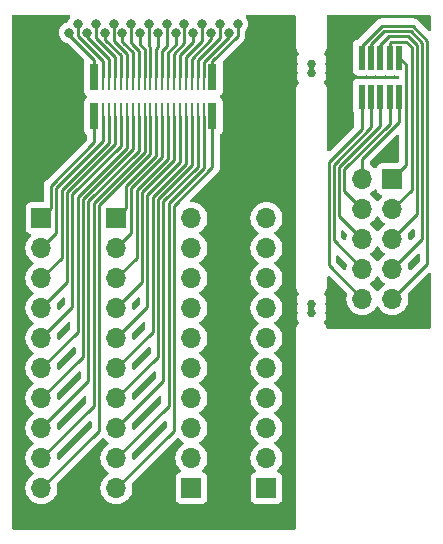
<source format=gbr>
%TF.GenerationSoftware,KiCad,Pcbnew,7.0.10*%
%TF.CreationDate,2024-02-11T00:06:50+01:00*%
%TF.ProjectId,ICOM-Internal-modules,49434f4d-2d49-46e7-9465-726e616c2d6d,rev?*%
%TF.SameCoordinates,Original*%
%TF.FileFunction,Copper,L1,Top*%
%TF.FilePolarity,Positive*%
%FSLAX46Y46*%
G04 Gerber Fmt 4.6, Leading zero omitted, Abs format (unit mm)*
G04 Created by KiCad (PCBNEW 7.0.10) date 2024-02-11 00:06:50*
%MOMM*%
%LPD*%
G01*
G04 APERTURE LIST*
%TA.AperFunction,SMDPad,CuDef*%
%ADD10R,0.750000X2.300000*%
%TD*%
%TA.AperFunction,SMDPad,CuDef*%
%ADD11R,0.250000X2.300000*%
%TD*%
%TA.AperFunction,SMDPad,CuDef*%
%ADD12R,0.508000X2.030000*%
%TD*%
%TA.AperFunction,ComponentPad*%
%ADD13R,1.700000X1.700000*%
%TD*%
%TA.AperFunction,ComponentPad*%
%ADD14O,1.700000X1.700000*%
%TD*%
%TA.AperFunction,ViaPad*%
%ADD15C,0.800000*%
%TD*%
%TA.AperFunction,Conductor*%
%ADD16C,0.250000*%
%TD*%
G04 APERTURE END LIST*
D10*
%TO.P,J1,1,1*%
%TO.N,Net-(J1-Pad1)*%
X74328000Y-47242000D03*
%TO.P,J1,2,2*%
%TO.N,Net-(J1-Pad2)*%
X74328000Y-43942000D03*
D11*
%TO.P,J1,3,3*%
%TO.N,Net-(J1-Pad3)*%
X75078000Y-47242000D03*
%TO.P,J1,4,4*%
%TO.N,Net-(J1-Pad4)*%
X75078000Y-43942000D03*
%TO.P,J1,5,5*%
%TO.N,Net-(J1-Pad5)*%
X75578000Y-47242000D03*
%TO.P,J1,6,6*%
%TO.N,Net-(J1-Pad6)*%
X75578000Y-43942000D03*
%TO.P,J1,7,7*%
%TO.N,Net-(J1-Pad7)*%
X76078000Y-47242000D03*
%TO.P,J1,8,8*%
%TO.N,Net-(J1-Pad8)*%
X76078000Y-43942000D03*
%TO.P,J1,9,9*%
%TO.N,Net-(J1-Pad9)*%
X76578000Y-47242000D03*
%TO.P,J1,10,10*%
%TO.N,Net-(J1-Pad10)*%
X76578000Y-43942000D03*
%TO.P,J1,11,11*%
%TO.N,Net-(J1-Pad11)*%
X77078000Y-47242000D03*
%TO.P,J1,12,12*%
%TO.N,Net-(J1-Pad12)*%
X77078000Y-43942000D03*
%TO.P,J1,13,13*%
%TO.N,Net-(J1-Pad13)*%
X77578000Y-47242000D03*
%TO.P,J1,14,14*%
%TO.N,Net-(J1-Pad14)*%
X77578000Y-43942000D03*
%TO.P,J1,15,15*%
%TO.N,Net-(J1-Pad15)*%
X78078000Y-47242000D03*
%TO.P,J1,16,16*%
%TO.N,Net-(J1-Pad16)*%
X78078000Y-43942000D03*
%TO.P,J1,17,17*%
%TO.N,Net-(J1-Pad17)*%
X78578000Y-47242000D03*
%TO.P,J1,18,18*%
%TO.N,Net-(J1-Pad18)*%
X78578000Y-43942000D03*
%TO.P,J1,19,19*%
%TO.N,Net-(J1-Pad19)*%
X79078000Y-47242000D03*
%TO.P,J1,20,20*%
%TO.N,Net-(J1-Pad20)*%
X79078000Y-43942000D03*
%TO.P,J1,21,21*%
%TO.N,Net-(J1-Pad21)*%
X79578000Y-47242000D03*
%TO.P,J1,22,22*%
%TO.N,Net-(J1-Pad22)*%
X79578000Y-43942000D03*
%TO.P,J1,23,23*%
%TO.N,Net-(J1-Pad23)*%
X80078000Y-47242000D03*
%TO.P,J1,24,24*%
%TO.N,Net-(J1-Pad24)*%
X80078000Y-43942000D03*
%TO.P,J1,25,25*%
%TO.N,Net-(J1-Pad25)*%
X80578000Y-47242000D03*
%TO.P,J1,26,26*%
%TO.N,Net-(J1-Pad26)*%
X80578000Y-43942000D03*
%TO.P,J1,27,27*%
%TO.N,Net-(J1-Pad27)*%
X81078000Y-47242000D03*
%TO.P,J1,28,28*%
%TO.N,Net-(J1-Pad28)*%
X81078000Y-43942000D03*
%TO.P,J1,29,29*%
%TO.N,Net-(J1-Pad29)*%
X81578000Y-47242000D03*
%TO.P,J1,30,30*%
%TO.N,Net-(J1-Pad30)*%
X81578000Y-43942000D03*
%TO.P,J1,31,31*%
%TO.N,Net-(J1-Pad31)*%
X82078000Y-47242000D03*
%TO.P,J1,32,32*%
%TO.N,Net-(J1-Pad32)*%
X82078000Y-43942000D03*
%TO.P,J1,33,33*%
%TO.N,Net-(J1-Pad33)*%
X82578000Y-47242000D03*
%TO.P,J1,34,34*%
%TO.N,Net-(J1-Pad34)*%
X82578000Y-43942000D03*
%TO.P,J1,35,35*%
%TO.N,Net-(J1-Pad35)*%
X83078000Y-47242000D03*
%TO.P,J1,36,36*%
%TO.N,Net-(J1-Pad36)*%
X83078000Y-43942000D03*
%TO.P,J1,37,37*%
%TO.N,Net-(J1-Pad37)*%
X83578000Y-47242000D03*
%TO.P,J1,38,38*%
%TO.N,Net-(J1-Pad38)*%
X83578000Y-43942000D03*
D10*
%TO.P,J1,39,39*%
%TO.N,Net-(J1-Pad39)*%
X84328000Y-47242000D03*
%TO.P,J1,40,40*%
%TO.N,Net-(J1-Pad40)*%
X84328000Y-43942000D03*
%TD*%
D12*
%TO.P,J6,1,1*%
%TO.N,Net-(J6-Pad1)*%
X96952000Y-45592000D03*
%TO.P,J6,2,2*%
%TO.N,Net-(J6-Pad2)*%
X96952000Y-42292000D03*
%TO.P,J6,3,3*%
%TO.N,Net-(J6-Pad3)*%
X97752000Y-45592000D03*
%TO.P,J6,4,4*%
%TO.N,Net-(J6-Pad4)*%
X97752000Y-42292000D03*
%TO.P,J6,5,5*%
%TO.N,Net-(J6-Pad5)*%
X98552000Y-45592000D03*
%TO.P,J6,6,6*%
%TO.N,Net-(J6-Pad6)*%
X98552000Y-42292000D03*
%TO.P,J6,7,7*%
%TO.N,Net-(J6-Pad7)*%
X99352000Y-45592000D03*
%TO.P,J6,8,8*%
%TO.N,Net-(J6-Pad8)*%
X99352000Y-42292000D03*
%TO.P,J6,9,9*%
%TO.N,Net-(J6-Pad9)*%
X100152000Y-45592000D03*
%TO.P,J6,10,10*%
%TO.N,Net-(J6-Pad10)*%
X100152000Y-42292000D03*
%TD*%
D13*
%TO.P,J2,1*%
%TO.N,Net-(J1-Pad1)*%
X69850000Y-55880000D03*
D14*
%TO.P,J2,2*%
%TO.N,Net-(J1-Pad3)*%
X69850000Y-58420000D03*
%TO.P,J2,3*%
%TO.N,Net-(J1-Pad5)*%
X69850000Y-60960000D03*
%TO.P,J2,4*%
%TO.N,Net-(J1-Pad7)*%
X69850000Y-63500000D03*
%TO.P,J2,5*%
%TO.N,Net-(J1-Pad9)*%
X69850000Y-66040000D03*
%TO.P,J2,6*%
%TO.N,Net-(J1-Pad11)*%
X69850000Y-68580000D03*
%TO.P,J2,7*%
%TO.N,Net-(J1-Pad13)*%
X69850000Y-71120000D03*
%TO.P,J2,8*%
%TO.N,Net-(J1-Pad15)*%
X69850000Y-73660000D03*
%TO.P,J2,9*%
%TO.N,Net-(J1-Pad17)*%
X69850000Y-76200000D03*
%TO.P,J2,10*%
%TO.N,Net-(J1-Pad19)*%
X69850000Y-78740000D03*
%TD*%
D13*
%TO.P,J4,1*%
%TO.N,Net-(J1-Pad2)*%
X82550000Y-78740000D03*
D14*
%TO.P,J4,2*%
%TO.N,Net-(J1-Pad4)*%
X82550000Y-76200000D03*
%TO.P,J4,3*%
%TO.N,Net-(J1-Pad6)*%
X82550000Y-73660000D03*
%TO.P,J4,4*%
%TO.N,Net-(J1-Pad8)*%
X82550000Y-71120000D03*
%TO.P,J4,5*%
%TO.N,Net-(J1-Pad10)*%
X82550000Y-68580000D03*
%TO.P,J4,6*%
%TO.N,Net-(J1-Pad12)*%
X82550000Y-66040000D03*
%TO.P,J4,7*%
%TO.N,Net-(J1-Pad14)*%
X82550000Y-63500000D03*
%TO.P,J4,8*%
%TO.N,Net-(J1-Pad16)*%
X82550000Y-60960000D03*
%TO.P,J4,9*%
%TO.N,Net-(J1-Pad18)*%
X82550000Y-58420000D03*
%TO.P,J4,10*%
%TO.N,Net-(J1-Pad20)*%
X82550000Y-55880000D03*
%TD*%
D13*
%TO.P,J3,1*%
%TO.N,Net-(J1-Pad21)*%
X76200000Y-55880000D03*
D14*
%TO.P,J3,2*%
%TO.N,Net-(J1-Pad23)*%
X76200000Y-58420000D03*
%TO.P,J3,3*%
%TO.N,Net-(J1-Pad25)*%
X76200000Y-60960000D03*
%TO.P,J3,4*%
%TO.N,Net-(J1-Pad27)*%
X76200000Y-63500000D03*
%TO.P,J3,5*%
%TO.N,Net-(J1-Pad29)*%
X76200000Y-66040000D03*
%TO.P,J3,6*%
%TO.N,Net-(J1-Pad31)*%
X76200000Y-68580000D03*
%TO.P,J3,7*%
%TO.N,Net-(J1-Pad33)*%
X76200000Y-71120000D03*
%TO.P,J3,8*%
%TO.N,Net-(J1-Pad35)*%
X76200000Y-73660000D03*
%TO.P,J3,9*%
%TO.N,Net-(J1-Pad37)*%
X76200000Y-76200000D03*
%TO.P,J3,10*%
%TO.N,Net-(J1-Pad39)*%
X76200000Y-78740000D03*
%TD*%
D13*
%TO.P,J7,1*%
%TO.N,Net-(J6-Pad10)*%
X99568000Y-52557600D03*
D14*
%TO.P,J7,2*%
%TO.N,Net-(J6-Pad9)*%
X97028000Y-52557600D03*
%TO.P,J7,3*%
%TO.N,Net-(J6-Pad8)*%
X99568000Y-55097600D03*
%TO.P,J7,4*%
%TO.N,Net-(J6-Pad7)*%
X97028000Y-55097600D03*
%TO.P,J7,5*%
%TO.N,Net-(J6-Pad6)*%
X99568000Y-57637600D03*
%TO.P,J7,6*%
%TO.N,Net-(J6-Pad5)*%
X97028000Y-57637600D03*
%TO.P,J7,7*%
%TO.N,Net-(J6-Pad4)*%
X99568000Y-60177600D03*
%TO.P,J7,8*%
%TO.N,Net-(J6-Pad3)*%
X97028000Y-60177600D03*
%TO.P,J7,9*%
%TO.N,Net-(J6-Pad2)*%
X99568000Y-62717600D03*
%TO.P,J7,10*%
%TO.N,Net-(J6-Pad1)*%
X97028000Y-62717600D03*
%TD*%
D13*
%TO.P,J5,1*%
%TO.N,Net-(J1-Pad22)*%
X88900000Y-78740000D03*
D14*
%TO.P,J5,2*%
%TO.N,Net-(J1-Pad24)*%
X88900000Y-76200000D03*
%TO.P,J5,3*%
%TO.N,Net-(J1-Pad26)*%
X88900000Y-73660000D03*
%TO.P,J5,4*%
%TO.N,Net-(J1-Pad28)*%
X88900000Y-71120000D03*
%TO.P,J5,5*%
%TO.N,Net-(J1-Pad30)*%
X88900000Y-68580000D03*
%TO.P,J5,6*%
%TO.N,Net-(J1-Pad32)*%
X88900000Y-66040000D03*
%TO.P,J5,7*%
%TO.N,Net-(J1-Pad34)*%
X88900000Y-63500000D03*
%TO.P,J5,8*%
%TO.N,Net-(J1-Pad36)*%
X88900000Y-60960000D03*
%TO.P,J5,9*%
%TO.N,Net-(J1-Pad38)*%
X88900000Y-58420000D03*
%TO.P,J5,10*%
%TO.N,Net-(J1-Pad40)*%
X88900000Y-55880000D03*
%TD*%
D15*
%TO.N,Net-(J1-Pad2)*%
X72208000Y-40182000D03*
%TO.N,Net-(J1-Pad4)*%
X72958000Y-39432000D03*
%TO.N,Net-(J1-Pad6)*%
X73708000Y-40182000D03*
%TO.N,Net-(J1-Pad8)*%
X74458000Y-39432000D03*
%TO.N,Net-(J1-Pad10)*%
X75208000Y-40182000D03*
%TO.N,Net-(J1-Pad12)*%
X75958000Y-39436423D03*
%TO.N,Net-(J1-Pad14)*%
X76708000Y-40182000D03*
%TO.N,Net-(J1-Pad16)*%
X77458000Y-39432000D03*
%TO.N,Net-(J1-Pad18)*%
X78208000Y-40182000D03*
%TO.N,Net-(J1-Pad20)*%
X78958000Y-39432000D03*
%TO.N,Net-(J1-Pad22)*%
X79708000Y-40182000D03*
%TO.N,Net-(J1-Pad24)*%
X80458000Y-39432000D03*
%TO.N,Net-(J1-Pad26)*%
X81208000Y-40182000D03*
%TO.N,Net-(J1-Pad28)*%
X81958000Y-39432000D03*
%TO.N,Net-(J1-Pad30)*%
X82708000Y-40182000D03*
%TO.N,Net-(J1-Pad32)*%
X83458000Y-39432000D03*
%TO.N,Net-(J1-Pad34)*%
X84208000Y-40182000D03*
%TO.N,Net-(J1-Pad36)*%
X84958000Y-39432000D03*
%TO.N,Net-(J1-Pad38)*%
X85708000Y-40182000D03*
%TO.N,Net-(J1-Pad40)*%
X86458000Y-39432000D03*
%TD*%
D16*
%TO.N,Net-(J1-Pad1)*%
X70670000Y-55060000D02*
X69850000Y-55880000D01*
X70670000Y-53128476D02*
X70670000Y-55060000D01*
X74328000Y-49470476D02*
X70670000Y-53128476D01*
X74328000Y-47242000D02*
X74328000Y-49470476D01*
%TO.N,Net-(J1-Pad2)*%
X74328000Y-42463701D02*
X72208000Y-40343701D01*
X74328000Y-43942000D02*
X74328000Y-42463701D01*
X72208000Y-40343701D02*
X72208000Y-40182000D01*
%TO.N,Net-(J1-Pad3)*%
X69850000Y-58420000D02*
X71120000Y-57150000D01*
X71120000Y-53314872D02*
X75078000Y-49356872D01*
X75078000Y-49356872D02*
X75078000Y-47242000D01*
X71120000Y-57150000D02*
X71120000Y-53314872D01*
%TO.N,Net-(J1-Pad4)*%
X72958000Y-40457305D02*
X72958000Y-39432000D01*
X75078000Y-42577305D02*
X72958000Y-40457305D01*
X75078000Y-43942000D02*
X75078000Y-42577305D01*
%TO.N,Net-(J1-Pad5)*%
X71570000Y-59240000D02*
X71570000Y-53501268D01*
X69850000Y-60960000D02*
X71570000Y-59240000D01*
X71570000Y-53501268D02*
X75578000Y-49493268D01*
X75578000Y-49493268D02*
X75578000Y-47242000D01*
%TO.N,Net-(J1-Pad6)*%
X75578000Y-42380604D02*
X73708000Y-40510604D01*
X75578000Y-43942000D02*
X75578000Y-42380604D01*
X73708000Y-40510604D02*
X73708000Y-40182000D01*
%TO.N,Net-(J1-Pad7)*%
X72020000Y-61330000D02*
X69850000Y-63500000D01*
X76078000Y-47242000D02*
X76078000Y-49629664D01*
X76078000Y-49629664D02*
X72020000Y-53687664D01*
X72020000Y-53687664D02*
X72020000Y-61330000D01*
%TO.N,Net-(J1-Pad8)*%
X76078000Y-43942000D02*
X76078000Y-42244208D01*
X76078000Y-42244208D02*
X74458000Y-40624208D01*
X74458000Y-40624208D02*
X74458000Y-39432000D01*
%TO.N,Net-(J1-Pad9)*%
X76578000Y-49766060D02*
X72470000Y-53874060D01*
X72470000Y-53874060D02*
X72470000Y-63420000D01*
X72470000Y-63420000D02*
X69850000Y-66040000D01*
X76578000Y-47242000D02*
X76578000Y-49766060D01*
%TO.N,Net-(J1-Pad10)*%
X75208000Y-40182000D02*
X75208000Y-40737812D01*
X76578000Y-42107812D02*
X76578000Y-43942000D01*
X75258000Y-40787812D02*
X76578000Y-42107812D01*
%TO.N,Net-(J1-Pad11)*%
X72920000Y-54991000D02*
X72920000Y-65510000D01*
X72920000Y-54060456D02*
X72920000Y-54991000D01*
X77078000Y-47242000D02*
X77078000Y-49902456D01*
X72920000Y-65510000D02*
X69850000Y-68580000D01*
X77078000Y-49902456D02*
X72920000Y-54060456D01*
%TO.N,Net-(J1-Pad12)*%
X76008000Y-40901416D02*
X77078000Y-41971416D01*
X75958000Y-39436423D02*
X75958000Y-40851416D01*
X77078000Y-41971416D02*
X77078000Y-43942000D01*
%TO.N,Net-(J1-Pad13)*%
X73370000Y-55118000D02*
X73370000Y-67600000D01*
X73370000Y-67600000D02*
X69850000Y-71120000D01*
X73370000Y-54246852D02*
X73370000Y-55118000D01*
X77578000Y-50038852D02*
X73370000Y-54246852D01*
X77578000Y-47242000D02*
X77578000Y-50038852D01*
%TO.N,Net-(J1-Pad14)*%
X76758000Y-41015020D02*
X77578000Y-41835020D01*
X76708000Y-40182000D02*
X76708000Y-40965020D01*
X77578000Y-41835020D02*
X77578000Y-43942000D01*
%TO.N,Net-(J1-Pad15)*%
X73820000Y-54433248D02*
X73820000Y-55372000D01*
X73820000Y-69690000D02*
X69850000Y-73660000D01*
X78078000Y-50175248D02*
X73820000Y-54433248D01*
X73820000Y-55372000D02*
X73820000Y-69690000D01*
X78078000Y-47242000D02*
X78078000Y-50175248D01*
%TO.N,Net-(J1-Pad16)*%
X77508000Y-41128624D02*
X78078000Y-41698624D01*
X77458000Y-39432000D02*
X77458000Y-41078624D01*
X78078000Y-41698624D02*
X78078000Y-43942000D01*
%TO.N,Net-(J1-Pad17)*%
X74270000Y-55245000D02*
X74270000Y-71780000D01*
X78578000Y-50311644D02*
X74270000Y-54619644D01*
X74270000Y-71780000D02*
X69850000Y-76200000D01*
X74270000Y-54619644D02*
X74270000Y-55245000D01*
X78578000Y-47242000D02*
X78578000Y-50311644D01*
%TO.N,Net-(J1-Pad18)*%
X78578000Y-43942000D02*
X78578000Y-41552000D01*
X78208000Y-40182000D02*
X78208000Y-41182000D01*
X78578000Y-41552000D02*
X78208000Y-41182000D01*
%TO.N,Net-(J1-Pad19)*%
X74720000Y-54806040D02*
X74720000Y-55753000D01*
X79078000Y-50448040D02*
X74720000Y-54806040D01*
X74720000Y-73870000D02*
X69850000Y-78740000D01*
X74720000Y-55753000D02*
X74720000Y-73870000D01*
X79078000Y-47242000D02*
X79078000Y-50448040D01*
%TO.N,Net-(J1-Pad20)*%
X78958000Y-39432000D02*
X78958000Y-41268000D01*
X79078000Y-41388000D02*
X79078000Y-43942000D01*
X78958000Y-39432000D02*
X78978000Y-39452000D01*
X78958000Y-41268000D02*
X79078000Y-41388000D01*
%TO.N,Net-(J1-Pad21)*%
X79578000Y-50584436D02*
X77020000Y-53142436D01*
X79578000Y-47242000D02*
X79578000Y-50584436D01*
X77020000Y-53142436D02*
X77020000Y-55060000D01*
X77020000Y-55060000D02*
X76200000Y-55880000D01*
%TO.N,Net-(J1-Pad22)*%
X79708000Y-41432000D02*
X79708000Y-40182000D01*
X79578000Y-43942000D02*
X79578000Y-41562000D01*
X79578000Y-41562000D02*
X79708000Y-41432000D01*
%TO.N,Net-(J1-Pad23)*%
X80078000Y-50720832D02*
X77470000Y-53328832D01*
X80078000Y-47242000D02*
X80078000Y-50720832D01*
X77470000Y-57150000D02*
X77470000Y-54229000D01*
X76200000Y-58420000D02*
X77470000Y-57150000D01*
X77470000Y-53328832D02*
X77470000Y-54229000D01*
%TO.N,Net-(J1-Pad24)*%
X80078000Y-41698396D02*
X80458000Y-41318396D01*
X80078000Y-43942000D02*
X80078000Y-41698396D01*
X80458000Y-41318396D02*
X80458000Y-39432000D01*
%TO.N,Net-(J1-Pad25)*%
X76200000Y-60960000D02*
X77920000Y-59240000D01*
X80578000Y-50857228D02*
X77920000Y-53515228D01*
X80578000Y-47242000D02*
X80578000Y-50857228D01*
X77920000Y-59240000D02*
X77920000Y-55372000D01*
X77920000Y-53515228D02*
X77920000Y-55372000D01*
%TO.N,Net-(J1-Pad26)*%
X80578000Y-43942000D02*
X80578000Y-41834792D01*
X80578000Y-41834792D02*
X81208000Y-41204792D01*
X81208000Y-41204792D02*
X81208000Y-40182000D01*
%TO.N,Net-(J1-Pad27)*%
X78370000Y-54610000D02*
X78370000Y-61330000D01*
X78370000Y-61330000D02*
X76200000Y-63500000D01*
X81078000Y-50993624D02*
X78370000Y-53701624D01*
X78370000Y-53701624D02*
X78370000Y-54610000D01*
X81078000Y-47242000D02*
X81078000Y-50993624D01*
%TO.N,Net-(J1-Pad28)*%
X81958000Y-41091188D02*
X81958000Y-39432000D01*
X81078000Y-41971188D02*
X81958000Y-41091188D01*
X81078000Y-43942000D02*
X81078000Y-41971188D01*
%TO.N,Net-(J1-Pad29)*%
X81578000Y-51130020D02*
X78820000Y-53888020D01*
X78820000Y-53888020D02*
X78820000Y-55118000D01*
X78820000Y-63420000D02*
X78820000Y-55118000D01*
X81578000Y-47242000D02*
X81578000Y-51130020D01*
X76200000Y-66040000D02*
X78820000Y-63420000D01*
%TO.N,Net-(J1-Pad30)*%
X82708000Y-40977584D02*
X82708000Y-40182000D01*
X81578000Y-42107584D02*
X82708000Y-40977584D01*
X81578000Y-43942000D02*
X81578000Y-42107584D01*
%TO.N,Net-(J1-Pad31)*%
X79270000Y-65510000D02*
X79270000Y-55118000D01*
X82078000Y-47242000D02*
X82078000Y-51266416D01*
X79270000Y-54074416D02*
X79270000Y-55118000D01*
X76200000Y-68580000D02*
X79270000Y-65510000D01*
X82078000Y-51266416D02*
X79270000Y-54074416D01*
%TO.N,Net-(J1-Pad32)*%
X82078000Y-43942000D02*
X82078000Y-42243980D01*
X83458000Y-40863980D02*
X83458000Y-39432000D01*
X82078000Y-42243980D02*
X83458000Y-40863980D01*
%TO.N,Net-(J1-Pad33)*%
X82578000Y-47242000D02*
X82578000Y-51402812D01*
X79720000Y-54260812D02*
X79720000Y-55753000D01*
X76200000Y-71120000D02*
X79720000Y-67600000D01*
X82578000Y-51402812D02*
X79720000Y-54260812D01*
X79720000Y-67600000D02*
X79720000Y-55753000D01*
%TO.N,Net-(J1-Pad34)*%
X82578000Y-43942000D02*
X82578000Y-42380376D01*
X82578000Y-42380376D02*
X84208000Y-40750376D01*
X84208000Y-40750376D02*
X84208000Y-40182000D01*
%TO.N,Net-(J1-Pad35)*%
X83078000Y-51539208D02*
X80170000Y-54447208D01*
X80170000Y-54447208D02*
X80170000Y-54737000D01*
X83078000Y-47242000D02*
X83078000Y-51539208D01*
X76200000Y-73660000D02*
X80170000Y-69690000D01*
X80170000Y-69690000D02*
X80170000Y-54737000D01*
%TO.N,Net-(J1-Pad36)*%
X84958000Y-40636772D02*
X84958000Y-39432000D01*
X83078000Y-42516772D02*
X84958000Y-40636772D01*
X83078000Y-43942000D02*
X83078000Y-42516772D01*
%TO.N,Net-(J1-Pad37)*%
X80620000Y-54991000D02*
X80620000Y-54633604D01*
X76200000Y-76200000D02*
X80620000Y-71780000D01*
X83578000Y-51675604D02*
X83578000Y-47242000D01*
X80620000Y-71780000D02*
X80620000Y-54991000D01*
X80620000Y-54633604D02*
X83578000Y-51675604D01*
%TO.N,Net-(J1-Pad38)*%
X83578000Y-42653168D02*
X85708000Y-40523168D01*
X85708000Y-40523168D02*
X85708000Y-40182000D01*
X83578000Y-43942000D02*
X83578000Y-42653168D01*
%TO.N,Net-(J1-Pad39)*%
X81070000Y-73870000D02*
X81070000Y-54820000D01*
X84328000Y-51562000D02*
X84328000Y-47242000D01*
X81070000Y-54820000D02*
X84328000Y-51562000D01*
X76200000Y-78740000D02*
X81070000Y-73870000D01*
%TO.N,Net-(J1-Pad40)*%
X84328000Y-43942000D02*
X84328000Y-42587305D01*
X86458000Y-40457305D02*
X86458000Y-39432000D01*
X84328000Y-42587305D02*
X86458000Y-40457305D01*
%TO.N,Net-(J6-Pad1)*%
X96952000Y-45592000D02*
X96952000Y-48369412D01*
X94154000Y-59848600D02*
X97023000Y-62717600D01*
X94154000Y-51167412D02*
X94154000Y-59848600D01*
X96952000Y-48369412D02*
X94154000Y-51167412D01*
%TO.N,Net-(J6-Pad2)*%
X96952000Y-41336604D02*
X98686604Y-39602000D01*
X102531000Y-40842812D02*
X102531000Y-59749600D01*
X101290188Y-39602000D02*
X102531000Y-40842812D01*
X98686604Y-39602000D02*
X101290188Y-39602000D01*
X96952000Y-42292000D02*
X96952000Y-41336604D01*
X102531000Y-59749600D02*
X99563000Y-62717600D01*
%TO.N,Net-(J6-Pad3)*%
X97752000Y-45592000D02*
X97752000Y-48205808D01*
X94604000Y-57758600D02*
X97023000Y-60177600D01*
X97752000Y-48205808D02*
X94604000Y-51353808D01*
X94604000Y-51353808D02*
X94604000Y-57758600D01*
%TO.N,Net-(J6-Pad4)*%
X102081000Y-57659600D02*
X102081000Y-41029208D01*
X102081000Y-41029208D02*
X101103792Y-40052000D01*
X99563000Y-60177600D02*
X102081000Y-57659600D01*
X101103792Y-40052000D02*
X98873000Y-40052000D01*
X98873000Y-40052000D02*
X97752000Y-41173000D01*
X97752000Y-41173000D02*
X97752000Y-42292000D01*
%TO.N,Net-(J6-Pad5)*%
X98552000Y-45592000D02*
X98552000Y-48042204D01*
X95054000Y-51540204D02*
X95054000Y-55668600D01*
X95054000Y-55668600D02*
X97023000Y-57637600D01*
X98552000Y-48042204D02*
X95054000Y-51540204D01*
%TO.N,Net-(J6-Pad6)*%
X98552000Y-41190604D02*
X99240604Y-40502000D01*
X98552000Y-42292000D02*
X98552000Y-41190604D01*
X101631000Y-55569600D02*
X99563000Y-57637600D01*
X100917396Y-40502000D02*
X101631000Y-41215604D01*
X99240604Y-40502000D02*
X100917396Y-40502000D01*
X101631000Y-41215604D02*
X101631000Y-55569600D01*
%TO.N,Net-(J6-Pad7)*%
X95504000Y-53578600D02*
X97023000Y-55097600D01*
X99352000Y-47878600D02*
X95504000Y-51726600D01*
X99352000Y-45592000D02*
X99352000Y-47878600D01*
X95504000Y-51726600D02*
X95504000Y-53578600D01*
%TO.N,Net-(J6-Pad8)*%
X100731000Y-40952000D02*
X101181000Y-41402000D01*
X99427000Y-40952000D02*
X100731000Y-40952000D01*
X101181000Y-41402000D02*
X101181000Y-53479600D01*
X99352000Y-42292000D02*
X99352000Y-41027000D01*
X101181000Y-53479600D02*
X99563000Y-55097600D01*
X99352000Y-41027000D02*
X99427000Y-40952000D01*
%TO.N,Net-(J6-Pad9)*%
X97023000Y-50843996D02*
X100152000Y-47714996D01*
X97023000Y-52557600D02*
X97023000Y-50843996D01*
X100152000Y-47714996D02*
X100152000Y-45592000D01*
%TO.N,Net-(J6-Pad10)*%
X99563000Y-52557600D02*
X100731000Y-51389600D01*
X100731000Y-42871000D02*
X100152000Y-42292000D01*
X100731000Y-51389600D02*
X100731000Y-42871000D01*
%TD*%
%TA.AperFunction,NonConductor*%
G36*
X92911825Y-42472040D02*
G01*
X92961784Y-42520885D01*
X92972606Y-42546600D01*
X93000045Y-42640051D01*
X93062968Y-42737961D01*
X93082652Y-42805001D01*
X93062968Y-42872039D01*
X93000045Y-42969949D01*
X92959500Y-43108036D01*
X92959500Y-43251963D01*
X93000045Y-43390050D01*
X93062968Y-43487961D01*
X93082652Y-43555001D01*
X93062968Y-43622039D01*
X93000045Y-43719949D01*
X92972606Y-43813399D01*
X92934831Y-43872177D01*
X92871275Y-43901202D01*
X92843390Y-43902041D01*
X92768897Y-43895868D01*
X92710000Y-43890988D01*
X92709999Y-43890988D01*
X92576609Y-43902041D01*
X92508173Y-43887959D01*
X92458214Y-43839114D01*
X92447393Y-43813398D01*
X92419954Y-43719949D01*
X92419953Y-43719948D01*
X92419953Y-43719947D01*
X92357031Y-43622039D01*
X92337347Y-43555000D01*
X92357032Y-43487961D01*
X92357032Y-43487960D01*
X92419953Y-43390053D01*
X92460500Y-43251961D01*
X92460500Y-43108039D01*
X92419953Y-42969947D01*
X92357031Y-42872039D01*
X92337347Y-42805000D01*
X92357032Y-42737961D01*
X92357032Y-42737960D01*
X92419953Y-42640053D01*
X92424373Y-42625001D01*
X92447393Y-42546601D01*
X92485167Y-42487823D01*
X92548722Y-42458797D01*
X92576610Y-42457959D01*
X92709994Y-42469012D01*
X92710000Y-42469012D01*
X92710006Y-42469012D01*
X92843389Y-42457959D01*
X92911825Y-42472040D01*
G37*
%TD.AperFunction*%
%TA.AperFunction,NonConductor*%
G36*
X102766539Y-38674185D02*
G01*
X102812294Y-38726989D01*
X102823500Y-38778500D01*
X102823500Y-39951359D01*
X102803815Y-40018398D01*
X102751011Y-40064153D01*
X102681853Y-40074097D01*
X102618297Y-40045072D01*
X102611819Y-40039040D01*
X101790991Y-39218212D01*
X101781168Y-39205950D01*
X101780947Y-39206134D01*
X101775974Y-39200122D01*
X101726964Y-39154099D01*
X101724165Y-39151386D01*
X101704665Y-39131885D01*
X101704659Y-39131880D01*
X101701474Y-39129409D01*
X101692622Y-39121848D01*
X101660770Y-39091938D01*
X101660768Y-39091936D01*
X101660765Y-39091935D01*
X101643217Y-39082288D01*
X101626951Y-39071604D01*
X101611120Y-39059324D01*
X101571037Y-39041978D01*
X101560551Y-39036841D01*
X101522282Y-39015803D01*
X101522280Y-39015802D01*
X101502881Y-39010822D01*
X101484469Y-39004518D01*
X101466086Y-38996562D01*
X101466080Y-38996560D01*
X101422948Y-38989729D01*
X101411510Y-38987361D01*
X101369208Y-38976500D01*
X101369207Y-38976500D01*
X101349172Y-38976500D01*
X101329774Y-38974973D01*
X101322350Y-38973797D01*
X101309993Y-38971840D01*
X101309992Y-38971840D01*
X101266513Y-38975950D01*
X101254844Y-38976500D01*
X98769347Y-38976500D01*
X98753726Y-38974775D01*
X98753699Y-38975061D01*
X98745937Y-38974326D01*
X98678717Y-38976439D01*
X98674823Y-38976500D01*
X98647254Y-38976500D01*
X98643277Y-38977002D01*
X98631646Y-38977917D01*
X98587978Y-38979289D01*
X98587972Y-38979290D01*
X98568730Y-38984880D01*
X98549691Y-38988823D01*
X98529821Y-38991334D01*
X98529804Y-38991338D01*
X98489200Y-39007413D01*
X98478159Y-39011194D01*
X98436210Y-39023383D01*
X98436208Y-39023384D01*
X98418962Y-39033583D01*
X98401497Y-39042139D01*
X98395614Y-39044468D01*
X98382870Y-39049514D01*
X98347538Y-39075183D01*
X98337782Y-39081592D01*
X98300184Y-39103828D01*
X98286012Y-39118000D01*
X98271227Y-39130628D01*
X98255016Y-39142407D01*
X98227175Y-39176059D01*
X98219315Y-39184696D01*
X96655465Y-40748546D01*
X96596303Y-40781541D01*
X96590517Y-40782908D01*
X96455671Y-40833202D01*
X96455664Y-40833206D01*
X96340455Y-40919452D01*
X96340452Y-40919455D01*
X96254206Y-41034664D01*
X96254202Y-41034671D01*
X96203908Y-41169517D01*
X96197501Y-41229116D01*
X96197500Y-41229135D01*
X96197500Y-43354870D01*
X96197501Y-43354876D01*
X96203908Y-43414483D01*
X96254202Y-43549328D01*
X96254206Y-43549335D01*
X96340452Y-43664544D01*
X96340455Y-43664547D01*
X96455664Y-43750793D01*
X96455671Y-43750797D01*
X96500618Y-43767561D01*
X96590517Y-43801091D01*
X96650127Y-43807500D01*
X97253872Y-43807499D01*
X97313483Y-43801091D01*
X97313485Y-43801090D01*
X97313487Y-43801090D01*
X97321031Y-43799308D01*
X97321658Y-43801964D01*
X97378321Y-43797895D01*
X97383811Y-43799506D01*
X97390511Y-43801089D01*
X97390517Y-43801091D01*
X97450127Y-43807500D01*
X98053872Y-43807499D01*
X98113483Y-43801091D01*
X98113485Y-43801090D01*
X98113487Y-43801090D01*
X98121031Y-43799308D01*
X98121658Y-43801964D01*
X98178321Y-43797895D01*
X98183811Y-43799506D01*
X98190511Y-43801089D01*
X98190517Y-43801091D01*
X98250127Y-43807500D01*
X98853872Y-43807499D01*
X98913483Y-43801091D01*
X98913485Y-43801090D01*
X98913487Y-43801090D01*
X98921031Y-43799308D01*
X98921658Y-43801964D01*
X98978321Y-43797895D01*
X98983811Y-43799506D01*
X98990511Y-43801089D01*
X98990517Y-43801091D01*
X99050127Y-43807500D01*
X99653872Y-43807499D01*
X99713483Y-43801091D01*
X99713485Y-43801090D01*
X99713487Y-43801090D01*
X99721031Y-43799308D01*
X99721658Y-43801964D01*
X99778321Y-43797895D01*
X99783811Y-43799506D01*
X99790511Y-43801089D01*
X99790517Y-43801091D01*
X99850127Y-43807500D01*
X99981500Y-43807499D01*
X100048539Y-43827183D01*
X100094294Y-43879987D01*
X100105500Y-43931499D01*
X100105500Y-43952500D01*
X100085815Y-44019539D01*
X100033011Y-44065294D01*
X99981501Y-44076500D01*
X99850130Y-44076500D01*
X99850125Y-44076501D01*
X99790515Y-44082909D01*
X99782972Y-44084692D01*
X99782346Y-44082043D01*
X99725629Y-44086094D01*
X99720132Y-44084480D01*
X99713482Y-44082908D01*
X99653882Y-44076501D01*
X99653873Y-44076500D01*
X99653863Y-44076500D01*
X99050129Y-44076500D01*
X99050125Y-44076501D01*
X98990515Y-44082909D01*
X98982972Y-44084692D01*
X98982346Y-44082043D01*
X98925629Y-44086094D01*
X98920132Y-44084480D01*
X98913482Y-44082908D01*
X98853882Y-44076501D01*
X98853873Y-44076500D01*
X98853863Y-44076500D01*
X98250129Y-44076500D01*
X98250125Y-44076501D01*
X98190515Y-44082909D01*
X98182972Y-44084692D01*
X98182346Y-44082043D01*
X98125629Y-44086094D01*
X98120132Y-44084480D01*
X98113482Y-44082908D01*
X98053882Y-44076501D01*
X98053873Y-44076500D01*
X98053863Y-44076500D01*
X97450129Y-44076500D01*
X97450125Y-44076501D01*
X97390515Y-44082909D01*
X97382972Y-44084692D01*
X97382346Y-44082043D01*
X97325629Y-44086094D01*
X97320132Y-44084480D01*
X97313482Y-44082908D01*
X97253882Y-44076501D01*
X97253873Y-44076500D01*
X97253863Y-44076500D01*
X96650129Y-44076500D01*
X96650123Y-44076501D01*
X96590516Y-44082908D01*
X96455671Y-44133202D01*
X96455664Y-44133206D01*
X96340455Y-44219452D01*
X96340452Y-44219455D01*
X96254206Y-44334664D01*
X96254202Y-44334671D01*
X96203908Y-44469517D01*
X96197501Y-44529116D01*
X96197500Y-44529135D01*
X96197500Y-46654870D01*
X96197501Y-46654876D01*
X96203908Y-46714483D01*
X96254202Y-46849327D01*
X96254203Y-46849328D01*
X96254204Y-46849331D01*
X96301767Y-46912866D01*
X96326184Y-46978327D01*
X96326500Y-46987175D01*
X96326500Y-48058959D01*
X96306815Y-48125998D01*
X96290181Y-48146640D01*
X94238181Y-50198640D01*
X94176858Y-50232125D01*
X94107166Y-50227141D01*
X94051233Y-50185269D01*
X94026816Y-50119805D01*
X94026500Y-50110959D01*
X94026500Y-45102913D01*
X93990588Y-44887707D01*
X93919749Y-44681359D01*
X93919747Y-44681354D01*
X93904186Y-44652600D01*
X93815907Y-44489475D01*
X93792586Y-44459513D01*
X93766945Y-44394519D01*
X93780512Y-44325979D01*
X93809235Y-44289641D01*
X93842143Y-44261128D01*
X93919953Y-44140053D01*
X93921964Y-44133206D01*
X93936208Y-44084692D01*
X93960500Y-44001961D01*
X93960500Y-43858039D01*
X93943779Y-43801091D01*
X93919954Y-43719949D01*
X93919953Y-43719948D01*
X93919953Y-43719947D01*
X93857031Y-43622039D01*
X93837347Y-43555000D01*
X93857032Y-43487961D01*
X93857032Y-43487960D01*
X93919953Y-43390053D01*
X93960500Y-43251961D01*
X93960500Y-43108039D01*
X93919953Y-42969947D01*
X93857031Y-42872039D01*
X93837347Y-42805000D01*
X93857032Y-42737961D01*
X93857032Y-42737960D01*
X93919953Y-42640053D01*
X93927031Y-42615949D01*
X93929035Y-42609121D01*
X93960500Y-42501961D01*
X93960500Y-42358039D01*
X93919953Y-42219947D01*
X93842143Y-42098872D01*
X93809237Y-42070359D01*
X93771464Y-42011581D01*
X93771464Y-41941712D01*
X93792588Y-41900484D01*
X93815907Y-41870525D01*
X93919748Y-41678644D01*
X93990589Y-41472289D01*
X94026500Y-41257088D01*
X94026500Y-41148000D01*
X94026500Y-41100405D01*
X94026500Y-38778500D01*
X94046185Y-38711461D01*
X94098989Y-38665706D01*
X94150500Y-38654500D01*
X102699500Y-38654500D01*
X102766539Y-38674185D01*
G37*
%TD.AperFunction*%
%TA.AperFunction,NonConductor*%
G36*
X100024834Y-48829266D02*
G01*
X100080767Y-48871138D01*
X100105184Y-48936602D01*
X100105500Y-48945448D01*
X100105500Y-51079145D01*
X100085815Y-51146184D01*
X100069181Y-51166826D01*
X100065226Y-51170781D01*
X100003903Y-51204266D01*
X99977545Y-51207100D01*
X98670129Y-51207100D01*
X98670123Y-51207101D01*
X98610516Y-51213508D01*
X98475671Y-51263802D01*
X98475664Y-51263806D01*
X98360455Y-51350052D01*
X98360452Y-51350055D01*
X98274206Y-51465264D01*
X98274203Y-51465269D01*
X98225189Y-51596683D01*
X98183317Y-51652616D01*
X98117853Y-51677033D01*
X98049580Y-51662181D01*
X98021326Y-51641030D01*
X97899402Y-51519106D01*
X97899395Y-51519101D01*
X97701396Y-51380460D01*
X97702891Y-51378323D01*
X97662216Y-51335562D01*
X97648500Y-51278874D01*
X97648500Y-51154448D01*
X97668185Y-51087409D01*
X97684819Y-51066767D01*
X99893819Y-48857767D01*
X99955142Y-48824282D01*
X100024834Y-48829266D01*
G37*
%TD.AperFunction*%
%TA.AperFunction,NonConductor*%
G36*
X98152340Y-53445668D02*
G01*
X98208274Y-53487539D01*
X98225189Y-53518517D01*
X98274202Y-53649928D01*
X98274206Y-53649935D01*
X98360452Y-53765144D01*
X98360455Y-53765147D01*
X98475664Y-53851393D01*
X98475671Y-53851397D01*
X98607081Y-53900410D01*
X98663015Y-53942281D01*
X98687432Y-54007745D01*
X98672580Y-54076018D01*
X98651430Y-54104273D01*
X98529503Y-54226200D01*
X98399575Y-54411758D01*
X98344998Y-54455383D01*
X98275500Y-54462577D01*
X98213145Y-54431054D01*
X98196425Y-54411758D01*
X98066494Y-54226197D01*
X97899402Y-54059106D01*
X97899396Y-54059101D01*
X97713842Y-53929175D01*
X97670217Y-53874598D01*
X97663023Y-53805100D01*
X97694546Y-53742745D01*
X97713842Y-53726025D01*
X97736026Y-53710491D01*
X97899401Y-53596095D01*
X98021329Y-53474166D01*
X98082648Y-53440684D01*
X98152340Y-53445668D01*
G37*
%TD.AperFunction*%
%TA.AperFunction,NonConductor*%
G36*
X98382855Y-55764146D02*
G01*
X98399575Y-55783442D01*
X98529501Y-55968996D01*
X98529506Y-55969002D01*
X98696597Y-56136093D01*
X98696603Y-56136098D01*
X98882158Y-56266025D01*
X98925783Y-56320602D01*
X98932977Y-56390100D01*
X98901454Y-56452455D01*
X98882158Y-56469175D01*
X98696597Y-56599105D01*
X98529505Y-56766197D01*
X98399575Y-56951758D01*
X98344998Y-56995383D01*
X98275500Y-57002577D01*
X98213145Y-56971054D01*
X98196425Y-56951758D01*
X98066494Y-56766197D01*
X97899402Y-56599106D01*
X97899396Y-56599101D01*
X97713842Y-56469175D01*
X97670217Y-56414598D01*
X97663023Y-56345100D01*
X97694546Y-56282745D01*
X97713842Y-56266025D01*
X97736026Y-56250491D01*
X97899401Y-56136095D01*
X98066495Y-55969001D01*
X98196425Y-55783442D01*
X98251002Y-55739817D01*
X98320500Y-55732623D01*
X98382855Y-55764146D01*
G37*
%TD.AperFunction*%
%TA.AperFunction,NonConductor*%
G36*
X101374834Y-56812869D02*
G01*
X101430767Y-56854741D01*
X101455184Y-56920205D01*
X101455500Y-56929051D01*
X101455500Y-57349146D01*
X101435815Y-57416185D01*
X101419181Y-57436827D01*
X101135340Y-57720668D01*
X101074017Y-57754153D01*
X101004325Y-57749169D01*
X100948392Y-57707297D01*
X100924399Y-57642970D01*
X100924131Y-57642994D01*
X100924046Y-57642023D01*
X100923975Y-57641833D01*
X100923937Y-57640781D01*
X100911577Y-57499509D01*
X100903063Y-57402192D01*
X100875086Y-57297779D01*
X100876749Y-57227933D01*
X100907178Y-57178010D01*
X101243820Y-56841369D01*
X101305142Y-56807885D01*
X101374834Y-56812869D01*
G37*
%TD.AperFunction*%
%TA.AperFunction,NonConductor*%
G36*
X95434703Y-56934339D02*
G01*
X95441181Y-56940371D01*
X95686705Y-57185895D01*
X95720190Y-57247218D01*
X95718799Y-57305668D01*
X95692939Y-57402183D01*
X95692936Y-57402196D01*
X95672341Y-57637599D01*
X95672341Y-57642988D01*
X95652656Y-57710027D01*
X95599852Y-57755782D01*
X95530694Y-57765726D01*
X95467138Y-57736701D01*
X95460660Y-57730669D01*
X95265819Y-57535828D01*
X95232334Y-57474505D01*
X95229500Y-57448147D01*
X95229500Y-57028052D01*
X95249185Y-56961013D01*
X95301989Y-56915258D01*
X95371147Y-56905314D01*
X95434703Y-56934339D01*
G37*
%TD.AperFunction*%
%TA.AperFunction,NonConductor*%
G36*
X98382855Y-58304146D02*
G01*
X98399575Y-58323442D01*
X98529501Y-58508996D01*
X98529506Y-58509002D01*
X98696597Y-58676093D01*
X98696603Y-58676098D01*
X98882158Y-58806025D01*
X98925783Y-58860602D01*
X98932977Y-58930100D01*
X98901454Y-58992455D01*
X98882158Y-59009175D01*
X98696597Y-59139105D01*
X98529505Y-59306197D01*
X98399575Y-59491758D01*
X98344998Y-59535383D01*
X98275500Y-59542577D01*
X98213145Y-59511054D01*
X98196425Y-59491758D01*
X98066494Y-59306197D01*
X97899402Y-59139106D01*
X97899396Y-59139101D01*
X97713842Y-59009175D01*
X97670217Y-58954598D01*
X97663023Y-58885100D01*
X97694546Y-58822745D01*
X97713842Y-58806025D01*
X97837141Y-58719690D01*
X97899401Y-58676095D01*
X98066495Y-58509001D01*
X98196425Y-58323442D01*
X98251002Y-58279817D01*
X98320500Y-58272623D01*
X98382855Y-58304146D01*
G37*
%TD.AperFunction*%
%TA.AperFunction,NonConductor*%
G36*
X101824834Y-58902869D02*
G01*
X101880767Y-58944741D01*
X101905184Y-59010205D01*
X101905500Y-59019051D01*
X101905500Y-59439146D01*
X101885815Y-59506185D01*
X101869181Y-59526827D01*
X101135340Y-60260668D01*
X101074017Y-60294153D01*
X101004325Y-60289169D01*
X100948392Y-60247297D01*
X100924399Y-60182970D01*
X100924131Y-60182994D01*
X100924046Y-60182023D01*
X100923975Y-60181833D01*
X100923937Y-60180781D01*
X100903063Y-59942196D01*
X100903063Y-59942192D01*
X100875086Y-59837779D01*
X100876749Y-59767933D01*
X100907178Y-59718010D01*
X101693820Y-58931369D01*
X101755142Y-58897885D01*
X101824834Y-58902869D01*
G37*
%TD.AperFunction*%
%TA.AperFunction,NonConductor*%
G36*
X94984703Y-59024339D02*
G01*
X94991181Y-59030371D01*
X95686705Y-59725895D01*
X95720190Y-59787218D01*
X95718799Y-59845668D01*
X95692939Y-59942183D01*
X95692936Y-59942196D01*
X95672341Y-60177599D01*
X95672341Y-60182988D01*
X95652656Y-60250027D01*
X95599852Y-60295782D01*
X95530694Y-60305726D01*
X95467138Y-60276701D01*
X95460660Y-60270669D01*
X94815819Y-59625828D01*
X94782334Y-59564505D01*
X94779500Y-59538147D01*
X94779500Y-59118052D01*
X94799185Y-59051013D01*
X94851989Y-59005258D01*
X94921147Y-58995314D01*
X94984703Y-59024339D01*
G37*
%TD.AperFunction*%
%TA.AperFunction,NonConductor*%
G36*
X98382855Y-60844146D02*
G01*
X98399575Y-60863442D01*
X98529501Y-61048996D01*
X98529506Y-61049002D01*
X98696597Y-61216093D01*
X98696603Y-61216098D01*
X98882158Y-61346025D01*
X98925783Y-61400602D01*
X98932977Y-61470100D01*
X98901454Y-61532455D01*
X98882158Y-61549175D01*
X98696597Y-61679105D01*
X98529505Y-61846197D01*
X98399575Y-62031758D01*
X98344998Y-62075383D01*
X98275500Y-62082577D01*
X98213145Y-62051054D01*
X98196425Y-62031758D01*
X98066494Y-61846197D01*
X97899402Y-61679106D01*
X97899396Y-61679101D01*
X97713842Y-61549175D01*
X97670217Y-61494598D01*
X97663023Y-61425100D01*
X97694546Y-61362745D01*
X97713842Y-61346025D01*
X97763243Y-61311434D01*
X97899401Y-61216095D01*
X98066495Y-61049001D01*
X98196425Y-60863442D01*
X98251002Y-60819817D01*
X98320500Y-60812623D01*
X98382855Y-60844146D01*
G37*
%TD.AperFunction*%
%TA.AperFunction,NonConductor*%
G36*
X78113834Y-62573269D02*
G01*
X78169767Y-62615141D01*
X78194184Y-62680605D01*
X78194500Y-62689451D01*
X78194500Y-63109546D01*
X78174815Y-63176585D01*
X78158181Y-63197227D01*
X77767340Y-63588068D01*
X77706017Y-63621553D01*
X77636325Y-63616569D01*
X77580392Y-63574697D01*
X77555975Y-63509233D01*
X77555659Y-63500387D01*
X77555659Y-63499999D01*
X77542765Y-63352623D01*
X77535063Y-63264592D01*
X77517428Y-63198780D01*
X77508143Y-63164125D01*
X77509806Y-63094276D01*
X77540235Y-63044353D01*
X77982820Y-62601769D01*
X78044142Y-62568285D01*
X78113834Y-62573269D01*
G37*
%TD.AperFunction*%
%TA.AperFunction,NonConductor*%
G36*
X71763834Y-62573269D02*
G01*
X71819767Y-62615141D01*
X71844184Y-62680605D01*
X71844500Y-62689451D01*
X71844500Y-63109546D01*
X71824815Y-63176585D01*
X71808181Y-63197227D01*
X71417340Y-63588068D01*
X71356017Y-63621553D01*
X71286325Y-63616569D01*
X71230392Y-63574697D01*
X71205975Y-63509233D01*
X71205659Y-63500387D01*
X71205659Y-63499999D01*
X71192765Y-63352623D01*
X71185063Y-63264592D01*
X71167428Y-63198780D01*
X71158143Y-63164125D01*
X71159806Y-63094276D01*
X71190235Y-63044353D01*
X71632820Y-62601769D01*
X71694142Y-62568285D01*
X71763834Y-62573269D01*
G37*
%TD.AperFunction*%
%TA.AperFunction,NonConductor*%
G36*
X92599268Y-62779836D02*
G01*
X92709994Y-62789012D01*
X92710000Y-62789012D01*
X92710006Y-62789012D01*
X92831674Y-62778930D01*
X92900110Y-62793011D01*
X92950069Y-62841856D01*
X92960891Y-62867571D01*
X92988045Y-62960051D01*
X93050968Y-63057961D01*
X93070652Y-63125001D01*
X93050968Y-63192039D01*
X92988045Y-63289949D01*
X92947500Y-63428036D01*
X92947500Y-63571963D01*
X92988045Y-63710050D01*
X93050968Y-63807961D01*
X93070652Y-63875001D01*
X93050968Y-63942039D01*
X92988046Y-64039948D01*
X92960891Y-64132429D01*
X92923116Y-64191206D01*
X92859560Y-64220231D01*
X92831675Y-64221070D01*
X92774772Y-64216355D01*
X92710000Y-64210988D01*
X92709997Y-64210988D01*
X92709995Y-64210988D01*
X92709994Y-64210988D01*
X92564895Y-64223011D01*
X92496459Y-64208930D01*
X92446500Y-64160085D01*
X92435678Y-64134369D01*
X92407954Y-64039949D01*
X92407953Y-64039948D01*
X92407953Y-64039947D01*
X92345031Y-63942039D01*
X92325347Y-63875000D01*
X92345032Y-63807961D01*
X92345032Y-63807960D01*
X92407953Y-63710053D01*
X92448500Y-63571961D01*
X92448500Y-63428039D01*
X92435612Y-63384146D01*
X92407954Y-63289949D01*
X92407953Y-63289948D01*
X92407953Y-63289947D01*
X92345031Y-63192039D01*
X92325347Y-63125000D01*
X92345032Y-63057961D01*
X92345032Y-63057960D01*
X92353778Y-63044351D01*
X92407953Y-62960053D01*
X92435678Y-62865630D01*
X92473452Y-62806852D01*
X92537007Y-62777826D01*
X92564893Y-62776988D01*
X92599268Y-62779836D01*
G37*
%TD.AperFunction*%
%TA.AperFunction,NonConductor*%
G36*
X102742834Y-60524869D02*
G01*
X102798767Y-60566741D01*
X102823184Y-60632205D01*
X102823500Y-60641051D01*
X102823500Y-65107500D01*
X102803815Y-65174539D01*
X102751011Y-65220294D01*
X102699500Y-65231500D01*
X94087291Y-65231500D01*
X94020252Y-65211815D01*
X93974497Y-65159011D01*
X93970010Y-65147763D01*
X93919799Y-65001505D01*
X93919748Y-65001356D01*
X93815907Y-64809475D01*
X93815904Y-64809471D01*
X93815901Y-64809466D01*
X93787755Y-64773304D01*
X93762112Y-64708310D01*
X93775678Y-64639771D01*
X93804403Y-64603431D01*
X93830143Y-64581128D01*
X93907953Y-64460053D01*
X93948500Y-64321961D01*
X93948500Y-64178039D01*
X93939417Y-64147107D01*
X93907954Y-64039949D01*
X93907953Y-64039948D01*
X93907953Y-64039947D01*
X93845031Y-63942039D01*
X93825347Y-63875000D01*
X93845032Y-63807961D01*
X93845032Y-63807960D01*
X93907953Y-63710053D01*
X93948500Y-63571961D01*
X93948500Y-63428039D01*
X93935612Y-63384146D01*
X93907954Y-63289949D01*
X93907953Y-63289948D01*
X93907953Y-63289947D01*
X93845031Y-63192039D01*
X93825347Y-63125000D01*
X93845032Y-63057961D01*
X93845032Y-63057960D01*
X93853778Y-63044351D01*
X93907953Y-62960053D01*
X93948500Y-62821961D01*
X93948500Y-62678039D01*
X93907953Y-62539947D01*
X93830143Y-62418872D01*
X93804405Y-62396570D01*
X93766630Y-62337792D01*
X93766630Y-62267923D01*
X93787752Y-62226697D01*
X93815907Y-62190525D01*
X93919748Y-61998644D01*
X93990589Y-61792289D01*
X94026500Y-61577088D01*
X94026500Y-61468000D01*
X94026500Y-61420405D01*
X94026500Y-60905052D01*
X94046185Y-60838013D01*
X94098989Y-60792258D01*
X94168147Y-60782314D01*
X94231703Y-60811339D01*
X94238181Y-60817371D01*
X95686705Y-62265895D01*
X95720190Y-62327218D01*
X95718799Y-62385668D01*
X95692939Y-62482183D01*
X95692936Y-62482196D01*
X95672341Y-62717599D01*
X95672341Y-62717600D01*
X95692936Y-62953003D01*
X95692938Y-62953013D01*
X95754094Y-63181255D01*
X95754096Y-63181259D01*
X95754097Y-63181263D01*
X95834004Y-63352623D01*
X95853965Y-63395430D01*
X95853967Y-63395434D01*
X95933651Y-63509233D01*
X95989505Y-63589001D01*
X96156599Y-63756095D01*
X96230670Y-63807960D01*
X96350165Y-63891632D01*
X96350167Y-63891633D01*
X96350170Y-63891635D01*
X96564337Y-63991503D01*
X96792592Y-64052663D01*
X96980918Y-64069139D01*
X97027999Y-64073259D01*
X97028000Y-64073259D01*
X97028001Y-64073259D01*
X97067234Y-64069826D01*
X97263408Y-64052663D01*
X97491663Y-63991503D01*
X97705830Y-63891635D01*
X97899401Y-63756095D01*
X98066495Y-63589001D01*
X98196425Y-63403442D01*
X98251002Y-63359817D01*
X98320500Y-63352623D01*
X98382855Y-63384146D01*
X98399575Y-63403442D01*
X98529500Y-63588995D01*
X98529505Y-63589001D01*
X98696599Y-63756095D01*
X98770670Y-63807960D01*
X98890165Y-63891632D01*
X98890167Y-63891633D01*
X98890170Y-63891635D01*
X99104337Y-63991503D01*
X99332592Y-64052663D01*
X99520918Y-64069139D01*
X99567999Y-64073259D01*
X99568000Y-64073259D01*
X99568001Y-64073259D01*
X99607234Y-64069826D01*
X99803408Y-64052663D01*
X100031663Y-63991503D01*
X100245830Y-63891635D01*
X100439401Y-63756095D01*
X100606495Y-63589001D01*
X100742035Y-63395430D01*
X100841903Y-63181263D01*
X100903063Y-62953008D01*
X100923659Y-62717600D01*
X100903063Y-62482192D01*
X100875086Y-62377779D01*
X100876749Y-62307933D01*
X100907178Y-62258010D01*
X102611820Y-60553368D01*
X102673142Y-60519885D01*
X102742834Y-60524869D01*
G37*
%TD.AperFunction*%
%TA.AperFunction,NonConductor*%
G36*
X78563834Y-64663269D02*
G01*
X78619767Y-64705141D01*
X78644184Y-64770605D01*
X78644500Y-64779451D01*
X78644500Y-65199546D01*
X78624815Y-65266585D01*
X78608181Y-65287227D01*
X77767340Y-66128068D01*
X77706017Y-66161553D01*
X77636325Y-66156569D01*
X77580392Y-66114697D01*
X77555975Y-66049233D01*
X77555659Y-66040387D01*
X77555659Y-66039999D01*
X77537846Y-65836401D01*
X77535063Y-65804592D01*
X77517428Y-65738780D01*
X77508143Y-65704125D01*
X77509806Y-65634276D01*
X77540235Y-65584353D01*
X78432820Y-64691769D01*
X78494142Y-64658285D01*
X78563834Y-64663269D01*
G37*
%TD.AperFunction*%
%TA.AperFunction,NonConductor*%
G36*
X72213834Y-64663269D02*
G01*
X72269767Y-64705141D01*
X72294184Y-64770605D01*
X72294500Y-64779451D01*
X72294500Y-65199546D01*
X72274815Y-65266585D01*
X72258181Y-65287227D01*
X71417340Y-66128068D01*
X71356017Y-66161553D01*
X71286325Y-66156569D01*
X71230392Y-66114697D01*
X71205975Y-66049233D01*
X71205659Y-66040387D01*
X71205659Y-66039999D01*
X71187846Y-65836401D01*
X71185063Y-65804592D01*
X71167428Y-65738780D01*
X71158143Y-65704125D01*
X71159806Y-65634276D01*
X71190235Y-65584353D01*
X72082820Y-64691769D01*
X72144142Y-64658285D01*
X72213834Y-64663269D01*
G37*
%TD.AperFunction*%
%TA.AperFunction,NonConductor*%
G36*
X79013834Y-66753269D02*
G01*
X79069767Y-66795141D01*
X79094184Y-66860605D01*
X79094500Y-66869451D01*
X79094500Y-67289546D01*
X79074815Y-67356585D01*
X79058181Y-67377227D01*
X77767340Y-68668068D01*
X77706017Y-68701553D01*
X77636325Y-68696569D01*
X77580392Y-68654697D01*
X77555975Y-68589233D01*
X77555659Y-68580387D01*
X77555659Y-68579999D01*
X77535063Y-68344596D01*
X77535063Y-68344592D01*
X77508143Y-68244125D01*
X77509806Y-68174276D01*
X77540235Y-68124353D01*
X78882820Y-66781768D01*
X78944142Y-66748285D01*
X79013834Y-66753269D01*
G37*
%TD.AperFunction*%
%TA.AperFunction,NonConductor*%
G36*
X72663834Y-66753269D02*
G01*
X72719767Y-66795141D01*
X72744184Y-66860605D01*
X72744500Y-66869451D01*
X72744500Y-67289546D01*
X72724815Y-67356585D01*
X72708181Y-67377227D01*
X71417340Y-68668068D01*
X71356017Y-68701553D01*
X71286325Y-68696569D01*
X71230392Y-68654697D01*
X71205975Y-68589233D01*
X71205659Y-68580387D01*
X71205659Y-68579999D01*
X71185063Y-68344596D01*
X71185063Y-68344592D01*
X71158143Y-68244125D01*
X71159806Y-68174276D01*
X71190235Y-68124353D01*
X72532820Y-66781768D01*
X72594142Y-66748285D01*
X72663834Y-66753269D01*
G37*
%TD.AperFunction*%
%TA.AperFunction,NonConductor*%
G36*
X79463834Y-68843269D02*
G01*
X79519767Y-68885141D01*
X79544184Y-68950605D01*
X79544500Y-68959451D01*
X79544500Y-69379546D01*
X79524815Y-69446585D01*
X79508181Y-69467227D01*
X77767340Y-71208068D01*
X77706017Y-71241553D01*
X77636325Y-71236569D01*
X77580392Y-71194697D01*
X77555975Y-71129233D01*
X77555659Y-71120387D01*
X77555659Y-71119999D01*
X77539322Y-70933269D01*
X77535063Y-70884592D01*
X77508143Y-70784125D01*
X77509806Y-70714276D01*
X77540235Y-70664353D01*
X79332820Y-68871768D01*
X79394142Y-68838285D01*
X79463834Y-68843269D01*
G37*
%TD.AperFunction*%
%TA.AperFunction,NonConductor*%
G36*
X73113834Y-68843269D02*
G01*
X73169767Y-68885141D01*
X73194184Y-68950605D01*
X73194500Y-68959451D01*
X73194500Y-69379546D01*
X73174815Y-69446585D01*
X73158181Y-69467227D01*
X71417340Y-71208068D01*
X71356017Y-71241553D01*
X71286325Y-71236569D01*
X71230392Y-71194697D01*
X71205975Y-71129233D01*
X71205659Y-71120387D01*
X71205659Y-71119999D01*
X71189322Y-70933269D01*
X71185063Y-70884592D01*
X71158143Y-70784125D01*
X71159806Y-70714276D01*
X71190235Y-70664353D01*
X72982820Y-68871768D01*
X73044142Y-68838285D01*
X73113834Y-68843269D01*
G37*
%TD.AperFunction*%
%TA.AperFunction,NonConductor*%
G36*
X79913834Y-70933269D02*
G01*
X79969767Y-70975141D01*
X79994184Y-71040605D01*
X79994500Y-71049451D01*
X79994500Y-71469546D01*
X79974815Y-71536585D01*
X79958181Y-71557227D01*
X77767340Y-73748068D01*
X77706017Y-73781553D01*
X77636325Y-73776569D01*
X77580392Y-73734697D01*
X77555975Y-73669233D01*
X77555659Y-73660387D01*
X77555659Y-73659999D01*
X77535063Y-73424596D01*
X77535063Y-73424592D01*
X77508143Y-73324125D01*
X77509806Y-73254276D01*
X77540235Y-73204353D01*
X79782821Y-70961768D01*
X79844142Y-70928285D01*
X79913834Y-70933269D01*
G37*
%TD.AperFunction*%
%TA.AperFunction,NonConductor*%
G36*
X73563834Y-70933269D02*
G01*
X73619767Y-70975141D01*
X73644184Y-71040605D01*
X73644500Y-71049451D01*
X73644500Y-71469546D01*
X73624815Y-71536585D01*
X73608181Y-71557227D01*
X71417340Y-73748068D01*
X71356017Y-73781553D01*
X71286325Y-73776569D01*
X71230392Y-73734697D01*
X71205975Y-73669233D01*
X71205659Y-73660387D01*
X71205659Y-73659999D01*
X71185063Y-73424596D01*
X71185063Y-73424592D01*
X71158143Y-73324125D01*
X71159806Y-73254276D01*
X71190235Y-73204353D01*
X73432821Y-70961768D01*
X73494142Y-70928285D01*
X73563834Y-70933269D01*
G37*
%TD.AperFunction*%
%TA.AperFunction,NonConductor*%
G36*
X80363834Y-73023269D02*
G01*
X80419767Y-73065141D01*
X80444184Y-73130605D01*
X80444500Y-73139451D01*
X80444500Y-73559546D01*
X80424815Y-73626585D01*
X80408181Y-73647227D01*
X77767340Y-76288068D01*
X77706017Y-76321553D01*
X77636325Y-76316569D01*
X77580392Y-76274697D01*
X77555975Y-76209233D01*
X77555659Y-76200387D01*
X77555659Y-76199999D01*
X77535063Y-75964596D01*
X77535063Y-75964592D01*
X77508143Y-75864125D01*
X77509806Y-75794276D01*
X77540235Y-75744353D01*
X80232821Y-73051768D01*
X80294142Y-73018285D01*
X80363834Y-73023269D01*
G37*
%TD.AperFunction*%
%TA.AperFunction,NonConductor*%
G36*
X74013834Y-73023269D02*
G01*
X74069767Y-73065141D01*
X74094184Y-73130605D01*
X74094500Y-73139451D01*
X74094500Y-73559546D01*
X74074815Y-73626585D01*
X74058181Y-73647227D01*
X71417340Y-76288068D01*
X71356017Y-76321553D01*
X71286325Y-76316569D01*
X71230392Y-76274697D01*
X71205975Y-76209233D01*
X71205659Y-76200387D01*
X71205659Y-76199999D01*
X71185063Y-75964596D01*
X71185063Y-75964592D01*
X71158143Y-75864125D01*
X71159806Y-75794276D01*
X71190235Y-75744353D01*
X73882821Y-73051768D01*
X73944142Y-73018285D01*
X74013834Y-73023269D01*
G37*
%TD.AperFunction*%
%TA.AperFunction,NonConductor*%
G36*
X72234852Y-38674185D02*
G01*
X72280607Y-38726989D01*
X72290551Y-38796147D01*
X72261526Y-38859703D01*
X72259963Y-38861472D01*
X72225466Y-38899784D01*
X72130821Y-39063715D01*
X72130819Y-39063719D01*
X72078227Y-39225581D01*
X72038789Y-39283256D01*
X71986079Y-39308552D01*
X71928194Y-39320856D01*
X71928192Y-39320857D01*
X71755270Y-39397848D01*
X71755265Y-39397851D01*
X71602129Y-39509111D01*
X71475466Y-39649785D01*
X71380821Y-39813715D01*
X71380818Y-39813722D01*
X71331921Y-39964214D01*
X71322326Y-39993744D01*
X71302540Y-40182000D01*
X71322326Y-40370256D01*
X71322327Y-40370259D01*
X71380818Y-40550277D01*
X71380821Y-40550284D01*
X71475467Y-40714216D01*
X71602129Y-40854888D01*
X71755265Y-40966148D01*
X71755270Y-40966151D01*
X71909166Y-41034671D01*
X71928197Y-41043144D01*
X72012477Y-41061058D01*
X72073956Y-41094249D01*
X72074375Y-41094666D01*
X73458335Y-42478626D01*
X73491820Y-42539949D01*
X73486836Y-42609640D01*
X73458908Y-42684517D01*
X73453163Y-42737960D01*
X73452501Y-42744123D01*
X73452500Y-42744135D01*
X73452500Y-45139870D01*
X73452501Y-45139876D01*
X73458908Y-45199483D01*
X73509202Y-45334328D01*
X73509206Y-45334335D01*
X73595452Y-45449544D01*
X73595453Y-45449544D01*
X73595454Y-45449546D01*
X73624615Y-45471376D01*
X73653145Y-45492734D01*
X73695015Y-45548668D01*
X73699999Y-45618360D01*
X73666513Y-45679683D01*
X73653145Y-45691266D01*
X73595452Y-45734455D01*
X73509206Y-45849664D01*
X73509202Y-45849671D01*
X73458908Y-45984517D01*
X73452501Y-46044116D01*
X73452501Y-46044123D01*
X73452500Y-46044135D01*
X73452500Y-48439870D01*
X73452501Y-48439876D01*
X73458908Y-48499483D01*
X73509202Y-48634328D01*
X73509203Y-48634329D01*
X73509204Y-48634331D01*
X73518004Y-48646086D01*
X73595452Y-48749543D01*
X73595455Y-48749547D01*
X73652810Y-48792482D01*
X73694682Y-48848415D01*
X73702500Y-48891749D01*
X73702500Y-49160022D01*
X73682815Y-49227061D01*
X73666181Y-49247703D01*
X70286208Y-52627675D01*
X70273951Y-52637496D01*
X70274134Y-52637717D01*
X70268122Y-52642690D01*
X70222098Y-52691699D01*
X70219391Y-52694492D01*
X70199889Y-52713993D01*
X70199875Y-52714010D01*
X70197407Y-52717191D01*
X70189843Y-52726046D01*
X70159937Y-52757894D01*
X70159936Y-52757896D01*
X70150284Y-52775452D01*
X70139610Y-52791702D01*
X70127329Y-52807537D01*
X70127324Y-52807544D01*
X70109975Y-52847634D01*
X70104838Y-52858120D01*
X70083803Y-52896382D01*
X70078822Y-52915783D01*
X70072521Y-52934186D01*
X70064562Y-52952578D01*
X70064561Y-52952581D01*
X70057728Y-52995719D01*
X70055360Y-53007150D01*
X70044501Y-53049447D01*
X70044500Y-53049458D01*
X70044500Y-53069492D01*
X70042973Y-53088891D01*
X70039840Y-53108670D01*
X70039840Y-53108671D01*
X70043950Y-53152150D01*
X70044500Y-53163819D01*
X70044500Y-54405500D01*
X70024815Y-54472539D01*
X69972011Y-54518294D01*
X69920500Y-54529500D01*
X68952129Y-54529500D01*
X68952123Y-54529501D01*
X68892516Y-54535908D01*
X68757671Y-54586202D01*
X68757664Y-54586206D01*
X68642455Y-54672452D01*
X68642452Y-54672455D01*
X68556206Y-54787664D01*
X68556202Y-54787671D01*
X68505908Y-54922517D01*
X68499501Y-54982116D01*
X68499500Y-54982135D01*
X68499500Y-56777870D01*
X68499501Y-56777876D01*
X68505908Y-56837483D01*
X68556202Y-56972328D01*
X68556206Y-56972335D01*
X68642452Y-57087544D01*
X68642455Y-57087547D01*
X68757664Y-57173793D01*
X68757671Y-57173797D01*
X68889081Y-57222810D01*
X68945015Y-57264681D01*
X68969432Y-57330145D01*
X68954580Y-57398418D01*
X68933430Y-57426673D01*
X68811503Y-57548600D01*
X68675965Y-57742169D01*
X68675964Y-57742171D01*
X68576098Y-57956335D01*
X68576094Y-57956344D01*
X68514938Y-58184586D01*
X68514936Y-58184596D01*
X68494341Y-58419999D01*
X68494341Y-58420000D01*
X68514936Y-58655403D01*
X68514938Y-58655413D01*
X68576094Y-58883655D01*
X68576096Y-58883659D01*
X68576097Y-58883663D01*
X68644508Y-59030371D01*
X68675965Y-59097830D01*
X68675967Y-59097834D01*
X68811501Y-59291395D01*
X68811506Y-59291402D01*
X68978597Y-59458493D01*
X68978603Y-59458498D01*
X69164158Y-59588425D01*
X69207783Y-59643002D01*
X69214977Y-59712500D01*
X69183454Y-59774855D01*
X69164158Y-59791575D01*
X68978597Y-59921505D01*
X68811505Y-60088597D01*
X68675965Y-60282169D01*
X68675964Y-60282171D01*
X68576098Y-60496335D01*
X68576094Y-60496344D01*
X68514938Y-60724586D01*
X68514936Y-60724596D01*
X68494341Y-60959999D01*
X68494341Y-60960000D01*
X68514936Y-61195403D01*
X68514938Y-61195413D01*
X68576094Y-61423655D01*
X68576096Y-61423659D01*
X68576097Y-61423663D01*
X68671015Y-61627214D01*
X68675965Y-61637830D01*
X68675967Y-61637834D01*
X68811501Y-61831395D01*
X68811506Y-61831402D01*
X68978597Y-61998493D01*
X68978603Y-61998498D01*
X69164158Y-62128425D01*
X69207783Y-62183002D01*
X69214977Y-62252500D01*
X69183454Y-62314855D01*
X69164158Y-62331575D01*
X68978597Y-62461505D01*
X68811505Y-62628597D01*
X68675965Y-62822169D01*
X68675964Y-62822171D01*
X68576098Y-63036335D01*
X68576094Y-63036344D01*
X68514938Y-63264586D01*
X68514936Y-63264596D01*
X68494341Y-63499999D01*
X68494341Y-63500000D01*
X68514936Y-63735403D01*
X68514938Y-63735413D01*
X68576094Y-63963655D01*
X68576096Y-63963659D01*
X68576097Y-63963663D01*
X68611670Y-64039949D01*
X68675965Y-64177830D01*
X68675967Y-64177834D01*
X68811501Y-64371395D01*
X68811506Y-64371402D01*
X68978597Y-64538493D01*
X68978603Y-64538498D01*
X69164158Y-64668425D01*
X69207783Y-64723002D01*
X69214977Y-64792500D01*
X69183454Y-64854855D01*
X69164158Y-64871575D01*
X68978597Y-65001505D01*
X68811505Y-65168597D01*
X68675965Y-65362169D01*
X68675964Y-65362171D01*
X68609925Y-65503793D01*
X68577226Y-65573917D01*
X68576098Y-65576335D01*
X68576094Y-65576344D01*
X68514938Y-65804586D01*
X68514936Y-65804596D01*
X68494341Y-66039999D01*
X68494341Y-66040000D01*
X68514936Y-66275403D01*
X68514938Y-66275413D01*
X68576094Y-66503655D01*
X68576096Y-66503659D01*
X68576097Y-66503663D01*
X68607073Y-66570090D01*
X68675965Y-66717830D01*
X68675967Y-66717834D01*
X68811501Y-66911395D01*
X68811506Y-66911402D01*
X68978597Y-67078493D01*
X68978603Y-67078498D01*
X69164158Y-67208425D01*
X69207783Y-67263002D01*
X69214977Y-67332500D01*
X69183454Y-67394855D01*
X69164158Y-67411575D01*
X68978597Y-67541505D01*
X68811505Y-67708597D01*
X68675965Y-67902169D01*
X68675964Y-67902171D01*
X68576098Y-68116335D01*
X68576094Y-68116344D01*
X68514938Y-68344586D01*
X68514936Y-68344596D01*
X68494341Y-68579999D01*
X68494341Y-68580000D01*
X68514936Y-68815403D01*
X68514938Y-68815413D01*
X68576094Y-69043655D01*
X68576096Y-69043659D01*
X68576097Y-69043663D01*
X68675965Y-69257830D01*
X68675967Y-69257834D01*
X68811501Y-69451395D01*
X68811506Y-69451402D01*
X68978597Y-69618493D01*
X68978603Y-69618498D01*
X69164158Y-69748425D01*
X69207783Y-69803002D01*
X69214977Y-69872500D01*
X69183454Y-69934855D01*
X69164158Y-69951575D01*
X68978597Y-70081505D01*
X68811505Y-70248597D01*
X68675965Y-70442169D01*
X68675964Y-70442171D01*
X68576098Y-70656335D01*
X68576094Y-70656344D01*
X68514938Y-70884586D01*
X68514936Y-70884596D01*
X68494341Y-71119999D01*
X68494341Y-71120000D01*
X68514936Y-71355403D01*
X68514938Y-71355413D01*
X68576094Y-71583655D01*
X68576096Y-71583659D01*
X68576097Y-71583663D01*
X68675965Y-71797830D01*
X68675967Y-71797834D01*
X68811501Y-71991395D01*
X68811506Y-71991402D01*
X68978597Y-72158493D01*
X68978603Y-72158498D01*
X69164158Y-72288425D01*
X69207783Y-72343002D01*
X69214977Y-72412500D01*
X69183454Y-72474855D01*
X69164158Y-72491575D01*
X68978597Y-72621505D01*
X68811505Y-72788597D01*
X68675965Y-72982169D01*
X68675964Y-72982171D01*
X68576098Y-73196335D01*
X68576094Y-73196344D01*
X68514938Y-73424586D01*
X68514936Y-73424596D01*
X68494341Y-73659999D01*
X68494341Y-73660000D01*
X68514936Y-73895403D01*
X68514938Y-73895413D01*
X68576094Y-74123655D01*
X68576096Y-74123659D01*
X68576097Y-74123663D01*
X68675965Y-74337830D01*
X68675967Y-74337834D01*
X68811501Y-74531395D01*
X68811506Y-74531402D01*
X68978597Y-74698493D01*
X68978603Y-74698498D01*
X69164158Y-74828425D01*
X69207783Y-74883002D01*
X69214977Y-74952500D01*
X69183454Y-75014855D01*
X69164158Y-75031575D01*
X68978597Y-75161505D01*
X68811505Y-75328597D01*
X68675965Y-75522169D01*
X68675964Y-75522171D01*
X68576098Y-75736335D01*
X68576094Y-75736344D01*
X68514938Y-75964586D01*
X68514936Y-75964596D01*
X68494341Y-76199999D01*
X68494341Y-76200000D01*
X68514936Y-76435403D01*
X68514938Y-76435413D01*
X68576094Y-76663655D01*
X68576096Y-76663659D01*
X68576097Y-76663663D01*
X68675965Y-76877830D01*
X68675967Y-76877834D01*
X68784281Y-77032521D01*
X68811501Y-77071396D01*
X68811506Y-77071402D01*
X68978597Y-77238493D01*
X68978603Y-77238498D01*
X69164158Y-77368425D01*
X69207783Y-77423002D01*
X69214977Y-77492500D01*
X69183454Y-77554855D01*
X69164158Y-77571575D01*
X68978597Y-77701505D01*
X68811505Y-77868597D01*
X68675965Y-78062169D01*
X68675964Y-78062171D01*
X68576098Y-78276335D01*
X68576094Y-78276344D01*
X68514938Y-78504586D01*
X68514936Y-78504596D01*
X68494341Y-78739999D01*
X68494341Y-78740000D01*
X68514936Y-78975403D01*
X68514938Y-78975413D01*
X68576094Y-79203655D01*
X68576096Y-79203659D01*
X68576097Y-79203663D01*
X68675965Y-79417830D01*
X68675967Y-79417834D01*
X68784281Y-79572521D01*
X68811505Y-79611401D01*
X68978599Y-79778495D01*
X69075384Y-79846265D01*
X69172165Y-79914032D01*
X69172167Y-79914033D01*
X69172170Y-79914035D01*
X69386337Y-80013903D01*
X69614592Y-80075063D01*
X69791034Y-80090500D01*
X69849999Y-80095659D01*
X69850000Y-80095659D01*
X69850001Y-80095659D01*
X69908966Y-80090500D01*
X70085408Y-80075063D01*
X70313663Y-80013903D01*
X70527830Y-79914035D01*
X70721401Y-79778495D01*
X70888495Y-79611401D01*
X71024035Y-79417830D01*
X71123903Y-79203663D01*
X71185063Y-78975408D01*
X71205659Y-78740000D01*
X71185063Y-78504592D01*
X71158143Y-78404125D01*
X71159806Y-78334276D01*
X71190235Y-78284353D01*
X74967102Y-74507487D01*
X75028423Y-74474004D01*
X75098115Y-74478988D01*
X75154048Y-74520860D01*
X75156328Y-74524008D01*
X75161505Y-74531401D01*
X75161508Y-74531404D01*
X75328597Y-74698493D01*
X75328603Y-74698498D01*
X75514158Y-74828425D01*
X75557783Y-74883002D01*
X75564977Y-74952500D01*
X75533454Y-75014855D01*
X75514158Y-75031575D01*
X75328597Y-75161505D01*
X75161505Y-75328597D01*
X75025965Y-75522169D01*
X75025964Y-75522171D01*
X74926098Y-75736335D01*
X74926094Y-75736344D01*
X74864938Y-75964586D01*
X74864936Y-75964596D01*
X74844341Y-76199999D01*
X74844341Y-76200000D01*
X74864936Y-76435403D01*
X74864938Y-76435413D01*
X74926094Y-76663655D01*
X74926096Y-76663659D01*
X74926097Y-76663663D01*
X75025965Y-76877830D01*
X75025967Y-76877834D01*
X75134281Y-77032521D01*
X75161501Y-77071396D01*
X75161506Y-77071402D01*
X75328597Y-77238493D01*
X75328603Y-77238498D01*
X75514158Y-77368425D01*
X75557783Y-77423002D01*
X75564977Y-77492500D01*
X75533454Y-77554855D01*
X75514158Y-77571575D01*
X75328597Y-77701505D01*
X75161505Y-77868597D01*
X75025965Y-78062169D01*
X75025964Y-78062171D01*
X74926098Y-78276335D01*
X74926094Y-78276344D01*
X74864938Y-78504586D01*
X74864936Y-78504596D01*
X74844341Y-78739999D01*
X74844341Y-78740000D01*
X74864936Y-78975403D01*
X74864938Y-78975413D01*
X74926094Y-79203655D01*
X74926096Y-79203659D01*
X74926097Y-79203663D01*
X75025965Y-79417830D01*
X75025967Y-79417834D01*
X75134281Y-79572521D01*
X75161505Y-79611401D01*
X75328599Y-79778495D01*
X75425384Y-79846265D01*
X75522165Y-79914032D01*
X75522167Y-79914033D01*
X75522170Y-79914035D01*
X75736337Y-80013903D01*
X75964592Y-80075063D01*
X76141034Y-80090500D01*
X76199999Y-80095659D01*
X76200000Y-80095659D01*
X76200001Y-80095659D01*
X76258966Y-80090500D01*
X76435408Y-80075063D01*
X76663663Y-80013903D01*
X76877830Y-79914035D01*
X77071401Y-79778495D01*
X77238495Y-79611401D01*
X77374035Y-79417830D01*
X77473903Y-79203663D01*
X77535063Y-78975408D01*
X77555659Y-78740000D01*
X77535063Y-78504592D01*
X77508143Y-78404125D01*
X77509806Y-78334276D01*
X77540235Y-78284353D01*
X81317102Y-74507487D01*
X81378423Y-74474004D01*
X81448115Y-74478988D01*
X81504048Y-74520860D01*
X81506328Y-74524008D01*
X81511505Y-74531401D01*
X81511508Y-74531404D01*
X81678597Y-74698493D01*
X81678603Y-74698498D01*
X81864158Y-74828425D01*
X81907783Y-74883002D01*
X81914977Y-74952500D01*
X81883454Y-75014855D01*
X81864158Y-75031575D01*
X81678597Y-75161505D01*
X81511505Y-75328597D01*
X81375965Y-75522169D01*
X81375964Y-75522171D01*
X81276098Y-75736335D01*
X81276094Y-75736344D01*
X81214938Y-75964586D01*
X81214936Y-75964596D01*
X81194341Y-76199999D01*
X81194341Y-76200000D01*
X81214936Y-76435403D01*
X81214938Y-76435413D01*
X81276094Y-76663655D01*
X81276096Y-76663659D01*
X81276097Y-76663663D01*
X81375965Y-76877830D01*
X81375967Y-76877834D01*
X81484281Y-77032521D01*
X81511501Y-77071396D01*
X81511506Y-77071402D01*
X81633430Y-77193326D01*
X81666915Y-77254649D01*
X81661931Y-77324341D01*
X81620059Y-77380274D01*
X81589083Y-77397189D01*
X81457669Y-77446203D01*
X81457664Y-77446206D01*
X81342455Y-77532452D01*
X81342452Y-77532455D01*
X81256206Y-77647664D01*
X81256202Y-77647671D01*
X81205908Y-77782517D01*
X81199501Y-77842116D01*
X81199501Y-77842123D01*
X81199500Y-77842135D01*
X81199500Y-79637870D01*
X81199501Y-79637876D01*
X81205908Y-79697483D01*
X81256202Y-79832328D01*
X81256206Y-79832335D01*
X81342452Y-79947544D01*
X81342455Y-79947547D01*
X81457664Y-80033793D01*
X81457671Y-80033797D01*
X81592517Y-80084091D01*
X81592516Y-80084091D01*
X81599444Y-80084835D01*
X81652127Y-80090500D01*
X83447872Y-80090499D01*
X83507483Y-80084091D01*
X83642331Y-80033796D01*
X83757546Y-79947546D01*
X83843796Y-79832331D01*
X83894091Y-79697483D01*
X83900500Y-79637873D01*
X83900499Y-77842128D01*
X83894091Y-77782517D01*
X83843796Y-77647669D01*
X83843795Y-77647668D01*
X83843793Y-77647664D01*
X83757547Y-77532455D01*
X83757544Y-77532452D01*
X83642335Y-77446206D01*
X83642328Y-77446202D01*
X83510917Y-77397189D01*
X83454983Y-77355318D01*
X83430566Y-77289853D01*
X83445418Y-77221580D01*
X83466563Y-77193332D01*
X83588495Y-77071401D01*
X83724035Y-76877830D01*
X83823903Y-76663663D01*
X83885063Y-76435408D01*
X83905659Y-76200000D01*
X87544341Y-76200000D01*
X87564936Y-76435403D01*
X87564938Y-76435413D01*
X87626094Y-76663655D01*
X87626096Y-76663659D01*
X87626097Y-76663663D01*
X87725965Y-76877830D01*
X87725967Y-76877834D01*
X87834281Y-77032521D01*
X87861501Y-77071396D01*
X87861506Y-77071402D01*
X87983430Y-77193326D01*
X88016915Y-77254649D01*
X88011931Y-77324341D01*
X87970059Y-77380274D01*
X87939083Y-77397189D01*
X87807669Y-77446203D01*
X87807664Y-77446206D01*
X87692455Y-77532452D01*
X87692452Y-77532455D01*
X87606206Y-77647664D01*
X87606202Y-77647671D01*
X87555908Y-77782517D01*
X87549501Y-77842116D01*
X87549501Y-77842123D01*
X87549500Y-77842135D01*
X87549500Y-79637870D01*
X87549501Y-79637876D01*
X87555908Y-79697483D01*
X87606202Y-79832328D01*
X87606206Y-79832335D01*
X87692452Y-79947544D01*
X87692455Y-79947547D01*
X87807664Y-80033793D01*
X87807671Y-80033797D01*
X87942517Y-80084091D01*
X87942516Y-80084091D01*
X87949444Y-80084835D01*
X88002127Y-80090500D01*
X89797872Y-80090499D01*
X89857483Y-80084091D01*
X89992331Y-80033796D01*
X90107546Y-79947546D01*
X90193796Y-79832331D01*
X90244091Y-79697483D01*
X90250500Y-79637873D01*
X90250499Y-77842128D01*
X90244091Y-77782517D01*
X90193796Y-77647669D01*
X90193795Y-77647668D01*
X90193793Y-77647664D01*
X90107547Y-77532455D01*
X90107544Y-77532452D01*
X89992335Y-77446206D01*
X89992328Y-77446202D01*
X89860917Y-77397189D01*
X89804983Y-77355318D01*
X89780566Y-77289853D01*
X89795418Y-77221580D01*
X89816563Y-77193332D01*
X89938495Y-77071401D01*
X90074035Y-76877830D01*
X90173903Y-76663663D01*
X90235063Y-76435408D01*
X90255659Y-76200000D01*
X90235063Y-75964592D01*
X90173903Y-75736337D01*
X90074035Y-75522171D01*
X89938495Y-75328599D01*
X89938494Y-75328597D01*
X89771402Y-75161506D01*
X89771396Y-75161501D01*
X89585842Y-75031575D01*
X89542217Y-74976998D01*
X89535023Y-74907500D01*
X89566546Y-74845145D01*
X89585842Y-74828425D01*
X89608026Y-74812891D01*
X89771401Y-74698495D01*
X89938495Y-74531401D01*
X90074035Y-74337830D01*
X90173903Y-74123663D01*
X90235063Y-73895408D01*
X90255659Y-73660000D01*
X90254541Y-73647227D01*
X90235063Y-73424596D01*
X90235063Y-73424592D01*
X90173903Y-73196337D01*
X90074035Y-72982171D01*
X89974550Y-72840090D01*
X89938494Y-72788597D01*
X89771402Y-72621506D01*
X89771396Y-72621501D01*
X89585842Y-72491575D01*
X89542217Y-72436998D01*
X89535023Y-72367500D01*
X89566546Y-72305145D01*
X89585842Y-72288425D01*
X89754500Y-72170329D01*
X89771401Y-72158495D01*
X89938495Y-71991401D01*
X90074035Y-71797830D01*
X90173903Y-71583663D01*
X90235063Y-71355408D01*
X90255659Y-71120000D01*
X90235063Y-70884592D01*
X90173903Y-70656337D01*
X90074035Y-70442171D01*
X89938495Y-70248599D01*
X89938494Y-70248597D01*
X89771402Y-70081506D01*
X89771396Y-70081501D01*
X89585842Y-69951575D01*
X89542217Y-69896998D01*
X89535023Y-69827500D01*
X89566546Y-69765145D01*
X89585842Y-69748425D01*
X89754500Y-69630329D01*
X89771401Y-69618495D01*
X89938495Y-69451401D01*
X90074035Y-69257830D01*
X90173903Y-69043663D01*
X90235063Y-68815408D01*
X90255659Y-68580000D01*
X90235063Y-68344592D01*
X90173903Y-68116337D01*
X90074035Y-67902171D01*
X89938495Y-67708599D01*
X89938494Y-67708597D01*
X89771402Y-67541506D01*
X89771396Y-67541501D01*
X89585842Y-67411575D01*
X89542217Y-67356998D01*
X89535023Y-67287500D01*
X89566546Y-67225145D01*
X89585842Y-67208425D01*
X89754500Y-67090329D01*
X89771401Y-67078495D01*
X89938495Y-66911401D01*
X90074035Y-66717830D01*
X90173903Y-66503663D01*
X90235063Y-66275408D01*
X90255659Y-66040000D01*
X90235063Y-65804592D01*
X90178379Y-65593041D01*
X90173905Y-65576344D01*
X90173904Y-65576343D01*
X90173903Y-65576337D01*
X90074035Y-65362171D01*
X90007106Y-65266585D01*
X89938494Y-65168597D01*
X89771402Y-65001506D01*
X89771396Y-65001501D01*
X89585842Y-64871575D01*
X89542217Y-64816998D01*
X89535023Y-64747500D01*
X89566546Y-64685145D01*
X89585842Y-64668425D01*
X89626764Y-64639771D01*
X89771401Y-64538495D01*
X89938495Y-64371401D01*
X90074035Y-64177830D01*
X90173903Y-63963663D01*
X90235063Y-63735408D01*
X90255659Y-63500000D01*
X90235063Y-63264592D01*
X90173903Y-63036337D01*
X90074035Y-62822171D01*
X90073890Y-62821963D01*
X89938494Y-62628597D01*
X89771402Y-62461506D01*
X89771396Y-62461501D01*
X89585842Y-62331575D01*
X89542217Y-62276998D01*
X89535023Y-62207500D01*
X89566546Y-62145145D01*
X89585842Y-62128425D01*
X89608381Y-62112643D01*
X89771401Y-61998495D01*
X89938495Y-61831401D01*
X90074035Y-61637830D01*
X90173903Y-61423663D01*
X90235063Y-61195408D01*
X90255659Y-60960000D01*
X90235063Y-60724592D01*
X90173903Y-60496337D01*
X90074035Y-60282171D01*
X90065982Y-60270669D01*
X89938494Y-60088597D01*
X89771402Y-59921506D01*
X89771396Y-59921501D01*
X89585842Y-59791575D01*
X89542217Y-59736998D01*
X89535023Y-59667500D01*
X89566546Y-59605145D01*
X89585842Y-59588425D01*
X89620003Y-59564505D01*
X89771401Y-59458495D01*
X89938495Y-59291401D01*
X90074035Y-59097830D01*
X90173903Y-58883663D01*
X90235063Y-58655408D01*
X90255659Y-58420000D01*
X90235063Y-58184592D01*
X90173903Y-57956337D01*
X90074035Y-57742171D01*
X90065982Y-57730669D01*
X89938494Y-57548597D01*
X89771402Y-57381506D01*
X89771396Y-57381501D01*
X89585842Y-57251575D01*
X89542217Y-57196998D01*
X89535023Y-57127500D01*
X89566546Y-57065145D01*
X89585842Y-57048425D01*
X89614938Y-57028052D01*
X89771401Y-56918495D01*
X89938495Y-56751401D01*
X90074035Y-56557830D01*
X90173903Y-56343663D01*
X90235063Y-56115408D01*
X90255659Y-55880000D01*
X90235063Y-55644592D01*
X90173903Y-55416337D01*
X90074035Y-55202171D01*
X90058109Y-55179425D01*
X89938494Y-55008597D01*
X89771402Y-54841506D01*
X89771395Y-54841501D01*
X89577834Y-54705967D01*
X89577830Y-54705965D01*
X89540657Y-54688631D01*
X89363663Y-54606097D01*
X89363659Y-54606096D01*
X89363655Y-54606094D01*
X89135413Y-54544938D01*
X89135403Y-54544936D01*
X88900001Y-54524341D01*
X88899999Y-54524341D01*
X88664596Y-54544936D01*
X88664586Y-54544938D01*
X88436344Y-54606094D01*
X88436335Y-54606098D01*
X88222171Y-54705964D01*
X88222169Y-54705965D01*
X88028597Y-54841505D01*
X87861505Y-55008597D01*
X87725965Y-55202169D01*
X87725964Y-55202171D01*
X87626098Y-55416335D01*
X87626094Y-55416344D01*
X87564938Y-55644586D01*
X87564936Y-55644596D01*
X87544341Y-55879999D01*
X87544341Y-55880000D01*
X87564936Y-56115403D01*
X87564938Y-56115413D01*
X87626094Y-56343655D01*
X87626096Y-56343659D01*
X87626097Y-56343663D01*
X87725965Y-56557830D01*
X87725967Y-56557834D01*
X87861501Y-56751395D01*
X87861506Y-56751402D01*
X88028597Y-56918493D01*
X88028603Y-56918498D01*
X88214158Y-57048425D01*
X88257783Y-57103002D01*
X88264977Y-57172500D01*
X88233454Y-57234855D01*
X88214158Y-57251575D01*
X88028597Y-57381505D01*
X87861505Y-57548597D01*
X87725965Y-57742169D01*
X87725964Y-57742171D01*
X87626098Y-57956335D01*
X87626094Y-57956344D01*
X87564938Y-58184586D01*
X87564936Y-58184596D01*
X87544341Y-58419999D01*
X87544341Y-58420000D01*
X87564936Y-58655403D01*
X87564938Y-58655413D01*
X87626094Y-58883655D01*
X87626096Y-58883659D01*
X87626097Y-58883663D01*
X87694508Y-59030371D01*
X87725965Y-59097830D01*
X87725967Y-59097834D01*
X87861501Y-59291395D01*
X87861506Y-59291402D01*
X88028597Y-59458493D01*
X88028603Y-59458498D01*
X88214158Y-59588425D01*
X88257783Y-59643002D01*
X88264977Y-59712500D01*
X88233454Y-59774855D01*
X88214158Y-59791575D01*
X88028597Y-59921505D01*
X87861505Y-60088597D01*
X87725965Y-60282169D01*
X87725964Y-60282171D01*
X87626098Y-60496335D01*
X87626094Y-60496344D01*
X87564938Y-60724586D01*
X87564936Y-60724596D01*
X87544341Y-60959999D01*
X87544341Y-60960000D01*
X87564936Y-61195403D01*
X87564938Y-61195413D01*
X87626094Y-61423655D01*
X87626096Y-61423659D01*
X87626097Y-61423663D01*
X87721015Y-61627214D01*
X87725965Y-61637830D01*
X87725967Y-61637834D01*
X87861501Y-61831395D01*
X87861506Y-61831402D01*
X88028597Y-61998493D01*
X88028603Y-61998498D01*
X88214158Y-62128425D01*
X88257783Y-62183002D01*
X88264977Y-62252500D01*
X88233454Y-62314855D01*
X88214158Y-62331575D01*
X88028597Y-62461505D01*
X87861505Y-62628597D01*
X87725965Y-62822169D01*
X87725964Y-62822171D01*
X87626098Y-63036335D01*
X87626094Y-63036344D01*
X87564938Y-63264586D01*
X87564936Y-63264596D01*
X87544341Y-63499999D01*
X87544341Y-63500000D01*
X87564936Y-63735403D01*
X87564938Y-63735413D01*
X87626094Y-63963655D01*
X87626096Y-63963659D01*
X87626097Y-63963663D01*
X87661670Y-64039949D01*
X87725965Y-64177830D01*
X87725967Y-64177834D01*
X87861501Y-64371395D01*
X87861506Y-64371402D01*
X88028597Y-64538493D01*
X88028603Y-64538498D01*
X88214158Y-64668425D01*
X88257783Y-64723002D01*
X88264977Y-64792500D01*
X88233454Y-64854855D01*
X88214158Y-64871575D01*
X88028597Y-65001505D01*
X87861505Y-65168597D01*
X87725965Y-65362169D01*
X87725964Y-65362171D01*
X87659925Y-65503793D01*
X87627226Y-65573917D01*
X87626098Y-65576335D01*
X87626094Y-65576344D01*
X87564938Y-65804586D01*
X87564936Y-65804596D01*
X87544341Y-66039999D01*
X87544341Y-66040000D01*
X87564936Y-66275403D01*
X87564938Y-66275413D01*
X87626094Y-66503655D01*
X87626096Y-66503659D01*
X87626097Y-66503663D01*
X87657073Y-66570090D01*
X87725965Y-66717830D01*
X87725967Y-66717834D01*
X87861501Y-66911395D01*
X87861506Y-66911402D01*
X88028597Y-67078493D01*
X88028603Y-67078498D01*
X88214158Y-67208425D01*
X88257783Y-67263002D01*
X88264977Y-67332500D01*
X88233454Y-67394855D01*
X88214158Y-67411575D01*
X88028597Y-67541505D01*
X87861505Y-67708597D01*
X87725965Y-67902169D01*
X87725964Y-67902171D01*
X87626098Y-68116335D01*
X87626094Y-68116344D01*
X87564938Y-68344586D01*
X87564936Y-68344596D01*
X87544341Y-68579999D01*
X87544341Y-68580000D01*
X87564936Y-68815403D01*
X87564938Y-68815413D01*
X87626094Y-69043655D01*
X87626096Y-69043659D01*
X87626097Y-69043663D01*
X87725965Y-69257830D01*
X87725967Y-69257834D01*
X87861501Y-69451395D01*
X87861506Y-69451402D01*
X88028597Y-69618493D01*
X88028603Y-69618498D01*
X88214158Y-69748425D01*
X88257783Y-69803002D01*
X88264977Y-69872500D01*
X88233454Y-69934855D01*
X88214158Y-69951575D01*
X88028597Y-70081505D01*
X87861505Y-70248597D01*
X87725965Y-70442169D01*
X87725964Y-70442171D01*
X87626098Y-70656335D01*
X87626094Y-70656344D01*
X87564938Y-70884586D01*
X87564936Y-70884596D01*
X87544341Y-71119999D01*
X87544341Y-71120000D01*
X87564936Y-71355403D01*
X87564938Y-71355413D01*
X87626094Y-71583655D01*
X87626096Y-71583659D01*
X87626097Y-71583663D01*
X87725965Y-71797830D01*
X87725967Y-71797834D01*
X87861501Y-71991395D01*
X87861506Y-71991402D01*
X88028597Y-72158493D01*
X88028603Y-72158498D01*
X88214158Y-72288425D01*
X88257783Y-72343002D01*
X88264977Y-72412500D01*
X88233454Y-72474855D01*
X88214158Y-72491575D01*
X88028597Y-72621505D01*
X87861505Y-72788597D01*
X87725965Y-72982169D01*
X87725964Y-72982171D01*
X87626098Y-73196335D01*
X87626094Y-73196344D01*
X87564938Y-73424586D01*
X87564936Y-73424596D01*
X87544341Y-73659999D01*
X87544341Y-73660000D01*
X87564936Y-73895403D01*
X87564938Y-73895413D01*
X87626094Y-74123655D01*
X87626096Y-74123659D01*
X87626097Y-74123663D01*
X87725965Y-74337830D01*
X87725967Y-74337834D01*
X87861501Y-74531395D01*
X87861506Y-74531402D01*
X88028597Y-74698493D01*
X88028603Y-74698498D01*
X88214158Y-74828425D01*
X88257783Y-74883002D01*
X88264977Y-74952500D01*
X88233454Y-75014855D01*
X88214158Y-75031575D01*
X88028597Y-75161505D01*
X87861505Y-75328597D01*
X87725965Y-75522169D01*
X87725964Y-75522171D01*
X87626098Y-75736335D01*
X87626094Y-75736344D01*
X87564938Y-75964586D01*
X87564936Y-75964596D01*
X87544341Y-76199999D01*
X87544341Y-76200000D01*
X83905659Y-76200000D01*
X83885063Y-75964592D01*
X83823903Y-75736337D01*
X83724035Y-75522171D01*
X83588495Y-75328599D01*
X83588494Y-75328597D01*
X83421402Y-75161506D01*
X83421396Y-75161501D01*
X83235842Y-75031575D01*
X83192217Y-74976998D01*
X83185023Y-74907500D01*
X83216546Y-74845145D01*
X83235842Y-74828425D01*
X83258026Y-74812891D01*
X83421401Y-74698495D01*
X83588495Y-74531401D01*
X83724035Y-74337830D01*
X83823903Y-74123663D01*
X83885063Y-73895408D01*
X83905659Y-73660000D01*
X83904541Y-73647227D01*
X83885063Y-73424596D01*
X83885063Y-73424592D01*
X83823903Y-73196337D01*
X83724035Y-72982171D01*
X83624550Y-72840090D01*
X83588494Y-72788597D01*
X83421402Y-72621506D01*
X83421396Y-72621501D01*
X83235842Y-72491575D01*
X83192217Y-72436998D01*
X83185023Y-72367500D01*
X83216546Y-72305145D01*
X83235842Y-72288425D01*
X83404500Y-72170329D01*
X83421401Y-72158495D01*
X83588495Y-71991401D01*
X83724035Y-71797830D01*
X83823903Y-71583663D01*
X83885063Y-71355408D01*
X83905659Y-71120000D01*
X83885063Y-70884592D01*
X83823903Y-70656337D01*
X83724035Y-70442171D01*
X83588495Y-70248599D01*
X83588494Y-70248597D01*
X83421402Y-70081506D01*
X83421396Y-70081501D01*
X83235842Y-69951575D01*
X83192217Y-69896998D01*
X83185023Y-69827500D01*
X83216546Y-69765145D01*
X83235842Y-69748425D01*
X83404500Y-69630329D01*
X83421401Y-69618495D01*
X83588495Y-69451401D01*
X83724035Y-69257830D01*
X83823903Y-69043663D01*
X83885063Y-68815408D01*
X83905659Y-68580000D01*
X83885063Y-68344592D01*
X83823903Y-68116337D01*
X83724035Y-67902171D01*
X83588495Y-67708599D01*
X83588494Y-67708597D01*
X83421402Y-67541506D01*
X83421396Y-67541501D01*
X83235842Y-67411575D01*
X83192217Y-67356998D01*
X83185023Y-67287500D01*
X83216546Y-67225145D01*
X83235842Y-67208425D01*
X83404500Y-67090329D01*
X83421401Y-67078495D01*
X83588495Y-66911401D01*
X83724035Y-66717830D01*
X83823903Y-66503663D01*
X83885063Y-66275408D01*
X83905659Y-66040000D01*
X83885063Y-65804592D01*
X83828379Y-65593041D01*
X83823905Y-65576344D01*
X83823904Y-65576343D01*
X83823903Y-65576337D01*
X83724035Y-65362171D01*
X83657106Y-65266585D01*
X83588494Y-65168597D01*
X83421402Y-65001506D01*
X83421396Y-65001501D01*
X83235842Y-64871575D01*
X83192217Y-64816998D01*
X83185023Y-64747500D01*
X83216546Y-64685145D01*
X83235842Y-64668425D01*
X83276764Y-64639771D01*
X83421401Y-64538495D01*
X83588495Y-64371401D01*
X83724035Y-64177830D01*
X83823903Y-63963663D01*
X83885063Y-63735408D01*
X83905659Y-63500000D01*
X83885063Y-63264592D01*
X83823903Y-63036337D01*
X83724035Y-62822171D01*
X83723890Y-62821963D01*
X83588494Y-62628597D01*
X83421402Y-62461506D01*
X83421396Y-62461501D01*
X83235842Y-62331575D01*
X83192217Y-62276998D01*
X83185023Y-62207500D01*
X83216546Y-62145145D01*
X83235842Y-62128425D01*
X83258381Y-62112643D01*
X83421401Y-61998495D01*
X83588495Y-61831401D01*
X83724035Y-61637830D01*
X83823903Y-61423663D01*
X83885063Y-61195408D01*
X83905659Y-60960000D01*
X83885063Y-60724592D01*
X83823903Y-60496337D01*
X83724035Y-60282171D01*
X83715982Y-60270669D01*
X83588494Y-60088597D01*
X83421402Y-59921506D01*
X83421396Y-59921501D01*
X83235842Y-59791575D01*
X83192217Y-59736998D01*
X83185023Y-59667500D01*
X83216546Y-59605145D01*
X83235842Y-59588425D01*
X83270003Y-59564505D01*
X83421401Y-59458495D01*
X83588495Y-59291401D01*
X83724035Y-59097830D01*
X83823903Y-58883663D01*
X83885063Y-58655408D01*
X83905659Y-58420000D01*
X83885063Y-58184592D01*
X83823903Y-57956337D01*
X83724035Y-57742171D01*
X83715982Y-57730669D01*
X83588494Y-57548597D01*
X83421402Y-57381506D01*
X83421396Y-57381501D01*
X83235842Y-57251575D01*
X83192217Y-57196998D01*
X83185023Y-57127500D01*
X83216546Y-57065145D01*
X83235842Y-57048425D01*
X83264938Y-57028052D01*
X83421401Y-56918495D01*
X83588495Y-56751401D01*
X83724035Y-56557830D01*
X83823903Y-56343663D01*
X83885063Y-56115408D01*
X83905659Y-55880000D01*
X83885063Y-55644592D01*
X83823903Y-55416337D01*
X83724035Y-55202171D01*
X83708109Y-55179425D01*
X83588494Y-55008597D01*
X83421402Y-54841506D01*
X83421395Y-54841501D01*
X83227834Y-54705967D01*
X83227830Y-54705965D01*
X83190657Y-54688631D01*
X83013663Y-54606097D01*
X83013659Y-54606096D01*
X83013655Y-54606094D01*
X82785413Y-54544938D01*
X82785403Y-54544936D01*
X82550001Y-54524341D01*
X82549610Y-54524341D01*
X82549444Y-54524292D01*
X82544606Y-54523869D01*
X82544691Y-54522896D01*
X82482571Y-54504656D01*
X82436816Y-54451852D01*
X82426872Y-54382694D01*
X82455897Y-54319138D01*
X82461929Y-54312660D01*
X83572326Y-53202263D01*
X84711786Y-52062802D01*
X84724048Y-52052980D01*
X84723865Y-52052759D01*
X84729868Y-52047791D01*
X84729877Y-52047786D01*
X84775934Y-51998739D01*
X84778582Y-51996006D01*
X84798120Y-51976470D01*
X84800584Y-51973292D01*
X84808154Y-51964429D01*
X84838062Y-51932582D01*
X84847713Y-51915024D01*
X84858396Y-51898761D01*
X84870673Y-51882936D01*
X84888018Y-51842849D01*
X84893152Y-51832371D01*
X84914197Y-51794092D01*
X84919178Y-51774687D01*
X84925482Y-51756279D01*
X84933438Y-51737895D01*
X84940270Y-51694748D01*
X84942639Y-51683316D01*
X84953499Y-51641022D01*
X84953500Y-51641017D01*
X84953500Y-51620983D01*
X84955027Y-51601582D01*
X84955803Y-51596683D01*
X84958160Y-51581804D01*
X84954050Y-51538324D01*
X84953500Y-51526655D01*
X84953500Y-48891749D01*
X84973185Y-48824710D01*
X85003190Y-48792482D01*
X85060546Y-48749546D01*
X85146796Y-48634331D01*
X85197091Y-48499483D01*
X85203500Y-48439873D01*
X85203499Y-46044128D01*
X85197091Y-45984517D01*
X85146796Y-45849669D01*
X85146795Y-45849668D01*
X85146793Y-45849664D01*
X85060547Y-45734456D01*
X85060548Y-45734456D01*
X85060546Y-45734454D01*
X85002854Y-45691265D01*
X84960984Y-45635333D01*
X84956000Y-45565641D01*
X84989485Y-45504318D01*
X85002854Y-45492734D01*
X85060546Y-45449546D01*
X85146796Y-45334331D01*
X85197091Y-45199483D01*
X85203500Y-45139873D01*
X85203499Y-42744128D01*
X85197091Y-42684517D01*
X85196262Y-42676804D01*
X85197862Y-42676631D01*
X85201116Y-42615949D01*
X85230369Y-42569524D01*
X86841787Y-40958106D01*
X86854047Y-40948287D01*
X86853864Y-40948065D01*
X86859871Y-40943094D01*
X86859877Y-40943091D01*
X86905935Y-40894044D01*
X86908583Y-40891312D01*
X86928120Y-40871776D01*
X86930576Y-40868608D01*
X86938156Y-40859732D01*
X86968062Y-40827887D01*
X86977715Y-40810325D01*
X86988389Y-40794075D01*
X87000673Y-40778241D01*
X87018019Y-40738155D01*
X87023157Y-40727667D01*
X87044196Y-40689398D01*
X87044197Y-40689397D01*
X87049177Y-40669996D01*
X87055478Y-40651593D01*
X87063438Y-40633201D01*
X87070272Y-40590046D01*
X87072635Y-40578636D01*
X87083500Y-40536324D01*
X87083500Y-40516288D01*
X87085027Y-40496887D01*
X87088160Y-40477109D01*
X87084050Y-40433629D01*
X87083500Y-40421960D01*
X87083500Y-40130687D01*
X87103185Y-40063648D01*
X87115350Y-40047715D01*
X87141747Y-40018398D01*
X87190533Y-39964216D01*
X87285179Y-39800284D01*
X87343674Y-39620256D01*
X87363460Y-39432000D01*
X87343674Y-39243744D01*
X87285179Y-39063716D01*
X87190533Y-38899784D01*
X87156037Y-38861472D01*
X87125807Y-38798480D01*
X87134433Y-38729145D01*
X87179174Y-38675480D01*
X87245827Y-38654522D01*
X87248187Y-38654500D01*
X91269500Y-38654500D01*
X91336539Y-38674185D01*
X91382294Y-38726989D01*
X91393500Y-38778500D01*
X91393500Y-41257086D01*
X91429411Y-41472292D01*
X91500250Y-41678640D01*
X91500252Y-41678645D01*
X91515814Y-41707400D01*
X91604093Y-41870525D01*
X91627412Y-41900486D01*
X91653055Y-41965478D01*
X91639489Y-42034018D01*
X91610762Y-42070360D01*
X91577856Y-42098873D01*
X91500045Y-42219949D01*
X91459500Y-42358036D01*
X91459500Y-42501963D01*
X91500045Y-42640050D01*
X91562968Y-42737961D01*
X91582652Y-42805001D01*
X91562968Y-42872039D01*
X91500045Y-42969949D01*
X91459500Y-43108036D01*
X91459500Y-43251963D01*
X91500045Y-43390050D01*
X91562968Y-43487961D01*
X91582652Y-43555001D01*
X91562968Y-43622039D01*
X91500045Y-43719949D01*
X91459500Y-43858036D01*
X91459500Y-44001963D01*
X91500045Y-44140050D01*
X91500047Y-44140053D01*
X91577857Y-44261128D01*
X91610760Y-44289638D01*
X91610761Y-44289639D01*
X91648535Y-44348418D01*
X91648535Y-44418287D01*
X91627412Y-44459514D01*
X91604094Y-44489473D01*
X91500252Y-44681354D01*
X91500250Y-44681359D01*
X91429411Y-44887707D01*
X91393500Y-45102913D01*
X91393500Y-61577086D01*
X91429411Y-61792292D01*
X91500250Y-61998640D01*
X91500252Y-61998645D01*
X91604094Y-62190527D01*
X91604095Y-62190528D01*
X91622577Y-62214273D01*
X91648221Y-62279267D01*
X91634655Y-62347807D01*
X91605929Y-62384149D01*
X91565856Y-62418872D01*
X91488045Y-62539949D01*
X91447500Y-62678036D01*
X91447500Y-62821963D01*
X91488045Y-62960050D01*
X91550968Y-63057961D01*
X91570652Y-63125001D01*
X91550968Y-63192039D01*
X91488045Y-63289949D01*
X91447500Y-63428036D01*
X91447500Y-63571963D01*
X91488045Y-63710050D01*
X91550968Y-63807961D01*
X91570652Y-63875001D01*
X91550968Y-63942039D01*
X91488045Y-64039949D01*
X91447500Y-64178036D01*
X91447500Y-64321963D01*
X91488045Y-64460050D01*
X91488047Y-64460053D01*
X91565857Y-64581128D01*
X91605927Y-64615849D01*
X91643701Y-64674626D01*
X91643701Y-64744496D01*
X91622581Y-64785719D01*
X91604095Y-64809471D01*
X91604094Y-64809472D01*
X91500252Y-65001354D01*
X91500250Y-65001359D01*
X91429411Y-65207707D01*
X91393500Y-65422913D01*
X91393500Y-82125500D01*
X91373815Y-82192539D01*
X91321011Y-82238294D01*
X91269500Y-82249500D01*
X67480500Y-82249500D01*
X67413461Y-82229815D01*
X67367706Y-82177011D01*
X67356500Y-82125500D01*
X67356500Y-38778500D01*
X67376185Y-38711461D01*
X67428989Y-38665706D01*
X67480500Y-38654500D01*
X72167813Y-38654500D01*
X72234852Y-38674185D01*
G37*
%TD.AperFunction*%
M02*

</source>
